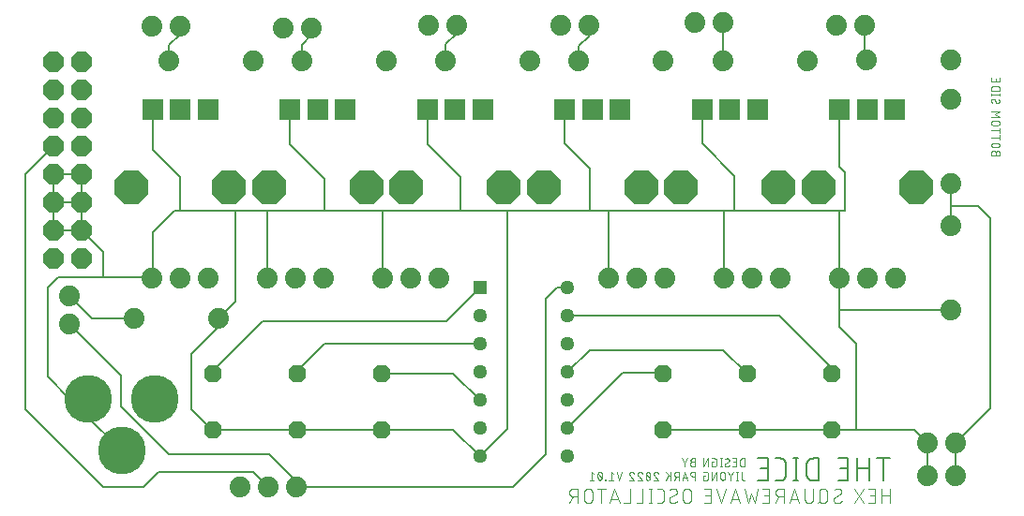
<source format=gbr>
G04 EAGLE Gerber RS-274X export*
G75*
%MOMM*%
%FSLAX34Y34*%
%LPD*%
%INBottom Copper*%
%IPPOS*%
%AMOC8*
5,1,8,0,0,1.08239X$1,22.5*%
G01*
%ADD10C,0.177800*%
%ADD11C,0.101600*%
%ADD12C,0.076200*%
%ADD13P,1.732040X8X292.500000*%
%ADD14C,1.879600*%
%ADD15R,1.278000X1.278000*%
%ADD16C,1.278000*%
%ADD17P,2.034460X8X112.500000*%
%ADD18R,1.879600X1.879600*%
%ADD19P,3.247170X8X112.500000*%
%ADD20C,4.318000*%
%ADD21C,0.152400*%


D10*
X904807Y625809D02*
X904807Y645875D01*
X910381Y645875D02*
X899233Y645875D01*
X892461Y645875D02*
X892461Y625809D01*
X892461Y636957D02*
X881313Y636957D01*
X881313Y645875D02*
X881313Y625809D01*
X872658Y625809D02*
X863739Y625809D01*
X872658Y625809D02*
X872658Y645875D01*
X863739Y645875D01*
X865969Y636957D02*
X872658Y636957D01*
X846733Y645875D02*
X846733Y625809D01*
X846733Y645875D02*
X841159Y645875D01*
X841011Y645873D01*
X840862Y645867D01*
X840714Y645857D01*
X840567Y645843D01*
X840419Y645826D01*
X840272Y645804D01*
X840126Y645778D01*
X839981Y645749D01*
X839836Y645716D01*
X839692Y645679D01*
X839550Y645638D01*
X839408Y645593D01*
X839268Y645544D01*
X839129Y645492D01*
X838992Y645436D01*
X838856Y645377D01*
X838721Y645314D01*
X838589Y645247D01*
X838458Y645177D01*
X838329Y645103D01*
X838202Y645026D01*
X838078Y644946D01*
X837955Y644862D01*
X837835Y644775D01*
X837717Y644685D01*
X837601Y644592D01*
X837488Y644496D01*
X837378Y644397D01*
X837270Y644295D01*
X837165Y644190D01*
X837063Y644082D01*
X836964Y643972D01*
X836868Y643859D01*
X836775Y643743D01*
X836685Y643625D01*
X836598Y643505D01*
X836514Y643382D01*
X836434Y643258D01*
X836357Y643131D01*
X836283Y643002D01*
X836213Y642871D01*
X836146Y642739D01*
X836083Y642604D01*
X836024Y642468D01*
X835968Y642331D01*
X835916Y642192D01*
X835867Y642052D01*
X835822Y641910D01*
X835781Y641768D01*
X835744Y641624D01*
X835711Y641479D01*
X835682Y641334D01*
X835656Y641188D01*
X835634Y641041D01*
X835617Y640893D01*
X835603Y640746D01*
X835593Y640598D01*
X835587Y640449D01*
X835585Y640301D01*
X835585Y631383D01*
X835587Y631235D01*
X835593Y631086D01*
X835603Y630938D01*
X835617Y630791D01*
X835634Y630643D01*
X835656Y630496D01*
X835682Y630350D01*
X835711Y630205D01*
X835744Y630060D01*
X835781Y629916D01*
X835822Y629774D01*
X835867Y629632D01*
X835916Y629492D01*
X835968Y629353D01*
X836024Y629216D01*
X836083Y629080D01*
X836146Y628945D01*
X836213Y628813D01*
X836283Y628682D01*
X836357Y628553D01*
X836434Y628426D01*
X836514Y628302D01*
X836598Y628179D01*
X836685Y628059D01*
X836775Y627941D01*
X836868Y627825D01*
X836964Y627712D01*
X837063Y627602D01*
X837165Y627494D01*
X837270Y627389D01*
X837378Y627287D01*
X837488Y627188D01*
X837601Y627092D01*
X837717Y626999D01*
X837835Y626909D01*
X837955Y626822D01*
X838078Y626738D01*
X838202Y626658D01*
X838329Y626581D01*
X838458Y626507D01*
X838589Y626437D01*
X838721Y626370D01*
X838856Y626307D01*
X838992Y626248D01*
X839129Y626192D01*
X839268Y626140D01*
X839408Y626091D01*
X839550Y626046D01*
X839692Y626005D01*
X839836Y625968D01*
X839981Y625935D01*
X840126Y625906D01*
X840272Y625880D01*
X840419Y625858D01*
X840567Y625841D01*
X840714Y625827D01*
X840862Y625817D01*
X841011Y625811D01*
X841159Y625809D01*
X846733Y625809D01*
X825710Y625809D02*
X825710Y645875D01*
X827940Y625809D02*
X823481Y625809D01*
X823481Y645875D02*
X827940Y645875D01*
X812027Y625809D02*
X807568Y625809D01*
X812027Y625809D02*
X812159Y625811D01*
X812291Y625817D01*
X812423Y625827D01*
X812554Y625840D01*
X812685Y625858D01*
X812816Y625879D01*
X812945Y625905D01*
X813074Y625934D01*
X813202Y625967D01*
X813329Y626003D01*
X813455Y626044D01*
X813580Y626088D01*
X813703Y626136D01*
X813825Y626187D01*
X813945Y626242D01*
X814063Y626301D01*
X814180Y626363D01*
X814295Y626429D01*
X814407Y626497D01*
X814518Y626570D01*
X814627Y626645D01*
X814733Y626724D01*
X814837Y626805D01*
X814938Y626890D01*
X815037Y626978D01*
X815133Y627069D01*
X815226Y627162D01*
X815317Y627258D01*
X815405Y627357D01*
X815490Y627458D01*
X815571Y627562D01*
X815650Y627669D01*
X815725Y627777D01*
X815798Y627888D01*
X815866Y628000D01*
X815932Y628115D01*
X815994Y628232D01*
X816053Y628350D01*
X816108Y628470D01*
X816159Y628592D01*
X816207Y628715D01*
X816251Y628840D01*
X816292Y628966D01*
X816328Y629093D01*
X816361Y629221D01*
X816390Y629350D01*
X816416Y629479D01*
X816437Y629610D01*
X816455Y629741D01*
X816468Y629872D01*
X816478Y630004D01*
X816484Y630136D01*
X816486Y630268D01*
X816486Y641416D01*
X816484Y641548D01*
X816478Y641680D01*
X816468Y641812D01*
X816455Y641943D01*
X816437Y642074D01*
X816416Y642205D01*
X816390Y642334D01*
X816361Y642463D01*
X816328Y642591D01*
X816292Y642718D01*
X816251Y642844D01*
X816207Y642969D01*
X816159Y643092D01*
X816108Y643214D01*
X816053Y643334D01*
X815994Y643452D01*
X815932Y643569D01*
X815866Y643684D01*
X815798Y643796D01*
X815725Y643907D01*
X815650Y644015D01*
X815571Y644122D01*
X815490Y644226D01*
X815405Y644327D01*
X815317Y644426D01*
X815226Y644522D01*
X815133Y644615D01*
X815037Y644706D01*
X814938Y644794D01*
X814837Y644878D01*
X814733Y644960D01*
X814627Y645039D01*
X814518Y645114D01*
X814407Y645186D01*
X814295Y645255D01*
X814180Y645321D01*
X814063Y645383D01*
X813945Y645442D01*
X813825Y645497D01*
X813703Y645548D01*
X813580Y645596D01*
X813455Y645640D01*
X813329Y645681D01*
X813202Y645717D01*
X813074Y645750D01*
X812946Y645779D01*
X812816Y645805D01*
X812685Y645826D01*
X812554Y645844D01*
X812423Y645857D01*
X812291Y645867D01*
X812159Y645873D01*
X812027Y645875D01*
X807568Y645875D01*
X800358Y625809D02*
X791440Y625809D01*
X800358Y625809D02*
X800358Y645875D01*
X791440Y645875D01*
X793670Y636957D02*
X800358Y636957D01*
D11*
X910762Y618636D02*
X910762Y605428D01*
X910762Y612766D02*
X903424Y612766D01*
X903424Y618636D02*
X903424Y605428D01*
X897083Y605428D02*
X891213Y605428D01*
X897083Y605428D02*
X897083Y618636D01*
X891213Y618636D01*
X892680Y612766D02*
X897083Y612766D01*
X887173Y605428D02*
X878367Y618636D01*
X887173Y618636D02*
X878367Y605428D01*
X862834Y605428D02*
X862727Y605430D01*
X862620Y605436D01*
X862513Y605446D01*
X862407Y605459D01*
X862301Y605477D01*
X862196Y605498D01*
X862092Y605523D01*
X861988Y605552D01*
X861886Y605585D01*
X861786Y605622D01*
X861686Y605662D01*
X861588Y605706D01*
X861492Y605753D01*
X861398Y605804D01*
X861305Y605858D01*
X861215Y605915D01*
X861126Y605976D01*
X861040Y606040D01*
X860957Y606107D01*
X860875Y606177D01*
X860797Y606250D01*
X860721Y606326D01*
X860648Y606404D01*
X860578Y606486D01*
X860511Y606569D01*
X860447Y606655D01*
X860386Y606744D01*
X860329Y606834D01*
X860275Y606927D01*
X860224Y607021D01*
X860177Y607117D01*
X860133Y607215D01*
X860093Y607315D01*
X860056Y607415D01*
X860023Y607517D01*
X859994Y607621D01*
X859969Y607725D01*
X859948Y607830D01*
X859930Y607936D01*
X859917Y608042D01*
X859907Y608149D01*
X859901Y608256D01*
X859899Y608363D01*
X862834Y605428D02*
X862987Y605430D01*
X863140Y605436D01*
X863293Y605445D01*
X863445Y605458D01*
X863597Y605475D01*
X863749Y605496D01*
X863900Y605520D01*
X864050Y605548D01*
X864200Y605580D01*
X864348Y605616D01*
X864496Y605655D01*
X864643Y605698D01*
X864789Y605744D01*
X864933Y605794D01*
X865077Y605848D01*
X865219Y605905D01*
X865359Y605966D01*
X865498Y606030D01*
X865635Y606097D01*
X865771Y606168D01*
X865905Y606242D01*
X866037Y606319D01*
X866167Y606400D01*
X866295Y606484D01*
X866421Y606571D01*
X866544Y606661D01*
X866666Y606754D01*
X866785Y606850D01*
X866901Y606949D01*
X867016Y607050D01*
X867127Y607155D01*
X867236Y607262D01*
X866870Y615701D02*
X866868Y615808D01*
X866862Y615915D01*
X866852Y616022D01*
X866839Y616128D01*
X866821Y616234D01*
X866800Y616339D01*
X866775Y616443D01*
X866746Y616547D01*
X866713Y616649D01*
X866676Y616749D01*
X866636Y616849D01*
X866592Y616947D01*
X866545Y617043D01*
X866494Y617137D01*
X866440Y617230D01*
X866383Y617320D01*
X866322Y617409D01*
X866258Y617495D01*
X866191Y617578D01*
X866121Y617660D01*
X866048Y617738D01*
X865972Y617814D01*
X865894Y617887D01*
X865812Y617957D01*
X865729Y618024D01*
X865643Y618088D01*
X865554Y618149D01*
X865464Y618206D01*
X865371Y618260D01*
X865277Y618311D01*
X865181Y618358D01*
X865083Y618402D01*
X864983Y618442D01*
X864883Y618479D01*
X864781Y618512D01*
X864677Y618541D01*
X864573Y618566D01*
X864468Y618587D01*
X864362Y618605D01*
X864256Y618618D01*
X864149Y618628D01*
X864042Y618634D01*
X863935Y618636D01*
X863787Y618634D01*
X863640Y618628D01*
X863493Y618618D01*
X863346Y618604D01*
X863199Y618587D01*
X863054Y618565D01*
X862908Y618539D01*
X862764Y618510D01*
X862620Y618477D01*
X862477Y618439D01*
X862335Y618398D01*
X862195Y618354D01*
X862055Y618305D01*
X861917Y618253D01*
X861781Y618197D01*
X861646Y618137D01*
X861513Y618074D01*
X861381Y618007D01*
X861251Y617937D01*
X861123Y617864D01*
X860998Y617786D01*
X860874Y617706D01*
X860752Y617622D01*
X860633Y617535D01*
X865402Y613133D02*
X865493Y613189D01*
X865582Y613248D01*
X865669Y613310D01*
X865753Y613375D01*
X865836Y613443D01*
X865915Y613514D01*
X865992Y613588D01*
X866066Y613665D01*
X866138Y613744D01*
X866206Y613826D01*
X866272Y613910D01*
X866335Y613997D01*
X866394Y614085D01*
X866450Y614176D01*
X866503Y614269D01*
X866553Y614363D01*
X866599Y614459D01*
X866642Y614557D01*
X866681Y614656D01*
X866717Y614757D01*
X866749Y614859D01*
X866777Y614962D01*
X866801Y615066D01*
X866822Y615170D01*
X866839Y615276D01*
X866853Y615381D01*
X866862Y615488D01*
X866868Y615594D01*
X866870Y615701D01*
X861367Y610931D02*
X861276Y610875D01*
X861187Y610816D01*
X861100Y610754D01*
X861016Y610689D01*
X860933Y610621D01*
X860854Y610550D01*
X860777Y610476D01*
X860703Y610399D01*
X860631Y610320D01*
X860563Y610238D01*
X860497Y610154D01*
X860434Y610067D01*
X860375Y609979D01*
X860319Y609888D01*
X860266Y609795D01*
X860216Y609701D01*
X860170Y609605D01*
X860127Y609507D01*
X860088Y609408D01*
X860052Y609307D01*
X860020Y609205D01*
X859992Y609102D01*
X859968Y608998D01*
X859947Y608894D01*
X859930Y608788D01*
X859916Y608683D01*
X859907Y608576D01*
X859901Y608470D01*
X859899Y608363D01*
X861366Y610931D02*
X865402Y613133D01*
X854155Y614967D02*
X854155Y609097D01*
X854155Y614967D02*
X854153Y615087D01*
X854147Y615207D01*
X854137Y615327D01*
X854124Y615446D01*
X854106Y615565D01*
X854085Y615683D01*
X854059Y615800D01*
X854030Y615917D01*
X853997Y616032D01*
X853960Y616146D01*
X853920Y616259D01*
X853876Y616371D01*
X853828Y616481D01*
X853777Y616590D01*
X853722Y616697D01*
X853663Y616802D01*
X853602Y616904D01*
X853537Y617005D01*
X853468Y617104D01*
X853397Y617201D01*
X853322Y617295D01*
X853245Y617386D01*
X853164Y617475D01*
X853080Y617561D01*
X852994Y617645D01*
X852905Y617726D01*
X852814Y617803D01*
X852720Y617878D01*
X852623Y617949D01*
X852524Y618018D01*
X852423Y618083D01*
X852321Y618144D01*
X852216Y618203D01*
X852109Y618258D01*
X852000Y618309D01*
X851890Y618357D01*
X851778Y618401D01*
X851665Y618441D01*
X851551Y618478D01*
X851436Y618511D01*
X851319Y618540D01*
X851202Y618566D01*
X851084Y618587D01*
X850965Y618605D01*
X850846Y618618D01*
X850726Y618628D01*
X850606Y618634D01*
X850486Y618636D01*
X850366Y618634D01*
X850246Y618628D01*
X850126Y618618D01*
X850007Y618605D01*
X849888Y618587D01*
X849770Y618566D01*
X849653Y618540D01*
X849536Y618511D01*
X849421Y618478D01*
X849307Y618441D01*
X849194Y618401D01*
X849082Y618357D01*
X848972Y618309D01*
X848863Y618258D01*
X848756Y618203D01*
X848652Y618144D01*
X848549Y618083D01*
X848448Y618018D01*
X848349Y617949D01*
X848252Y617878D01*
X848158Y617803D01*
X848067Y617726D01*
X847978Y617645D01*
X847892Y617561D01*
X847808Y617475D01*
X847727Y617386D01*
X847650Y617295D01*
X847575Y617201D01*
X847504Y617104D01*
X847435Y617005D01*
X847370Y616904D01*
X847309Y616802D01*
X847250Y616697D01*
X847195Y616590D01*
X847144Y616481D01*
X847096Y616371D01*
X847052Y616259D01*
X847012Y616146D01*
X846975Y616032D01*
X846942Y615917D01*
X846913Y615800D01*
X846887Y615683D01*
X846866Y615565D01*
X846848Y615446D01*
X846835Y615327D01*
X846825Y615207D01*
X846819Y615087D01*
X846817Y614967D01*
X846817Y609097D01*
X846819Y608977D01*
X846825Y608857D01*
X846835Y608737D01*
X846848Y608618D01*
X846866Y608499D01*
X846887Y608381D01*
X846913Y608264D01*
X846942Y608147D01*
X846975Y608032D01*
X847012Y607918D01*
X847052Y607805D01*
X847096Y607693D01*
X847144Y607583D01*
X847195Y607474D01*
X847250Y607367D01*
X847309Y607263D01*
X847370Y607160D01*
X847435Y607059D01*
X847504Y606960D01*
X847575Y606863D01*
X847650Y606769D01*
X847727Y606678D01*
X847808Y606589D01*
X847892Y606503D01*
X847978Y606419D01*
X848067Y606338D01*
X848158Y606261D01*
X848252Y606186D01*
X848349Y606115D01*
X848448Y606046D01*
X848549Y605981D01*
X848652Y605920D01*
X848756Y605861D01*
X848863Y605806D01*
X848972Y605755D01*
X849082Y605707D01*
X849194Y605663D01*
X849307Y605623D01*
X849421Y605586D01*
X849536Y605553D01*
X849653Y605524D01*
X849770Y605498D01*
X849888Y605477D01*
X850007Y605459D01*
X850126Y605446D01*
X850246Y605436D01*
X850366Y605430D01*
X850486Y605428D01*
X850606Y605430D01*
X850726Y605436D01*
X850846Y605446D01*
X850965Y605459D01*
X851084Y605477D01*
X851202Y605498D01*
X851319Y605524D01*
X851436Y605553D01*
X851551Y605586D01*
X851665Y605623D01*
X851778Y605663D01*
X851890Y605707D01*
X852000Y605755D01*
X852109Y605806D01*
X852216Y605861D01*
X852321Y605920D01*
X852423Y605981D01*
X852524Y606046D01*
X852623Y606115D01*
X852720Y606186D01*
X852814Y606261D01*
X852905Y606338D01*
X852994Y606419D01*
X853080Y606503D01*
X853164Y606589D01*
X853245Y606678D01*
X853322Y606769D01*
X853397Y606863D01*
X853468Y606960D01*
X853537Y607059D01*
X853602Y607160D01*
X853663Y607263D01*
X853722Y607367D01*
X853777Y607474D01*
X853828Y607583D01*
X853876Y607693D01*
X853920Y607805D01*
X853960Y607918D01*
X853997Y608032D01*
X854030Y608147D01*
X854059Y608264D01*
X854085Y608381D01*
X854106Y608499D01*
X854124Y608618D01*
X854137Y608737D01*
X854147Y608857D01*
X854153Y608977D01*
X854155Y609097D01*
X848284Y608363D02*
X845349Y605428D01*
X841207Y609097D02*
X841207Y618636D01*
X841207Y609097D02*
X841205Y608977D01*
X841199Y608857D01*
X841189Y608737D01*
X841176Y608618D01*
X841158Y608499D01*
X841137Y608381D01*
X841111Y608264D01*
X841082Y608147D01*
X841049Y608032D01*
X841012Y607918D01*
X840972Y607805D01*
X840928Y607693D01*
X840880Y607583D01*
X840829Y607474D01*
X840774Y607367D01*
X840715Y607263D01*
X840654Y607160D01*
X840589Y607059D01*
X840520Y606960D01*
X840449Y606863D01*
X840374Y606769D01*
X840297Y606678D01*
X840216Y606589D01*
X840132Y606503D01*
X840046Y606419D01*
X839957Y606338D01*
X839866Y606261D01*
X839772Y606186D01*
X839675Y606115D01*
X839576Y606046D01*
X839475Y605981D01*
X839373Y605920D01*
X839268Y605861D01*
X839161Y605806D01*
X839052Y605755D01*
X838942Y605707D01*
X838830Y605663D01*
X838717Y605623D01*
X838603Y605586D01*
X838488Y605553D01*
X838371Y605524D01*
X838254Y605498D01*
X838136Y605477D01*
X838017Y605459D01*
X837898Y605446D01*
X837778Y605436D01*
X837658Y605430D01*
X837538Y605428D01*
X837418Y605430D01*
X837298Y605436D01*
X837178Y605446D01*
X837059Y605459D01*
X836940Y605477D01*
X836822Y605498D01*
X836705Y605524D01*
X836588Y605553D01*
X836473Y605586D01*
X836359Y605623D01*
X836246Y605663D01*
X836134Y605707D01*
X836024Y605755D01*
X835915Y605806D01*
X835808Y605861D01*
X835704Y605920D01*
X835601Y605981D01*
X835500Y606046D01*
X835401Y606115D01*
X835304Y606186D01*
X835210Y606261D01*
X835119Y606338D01*
X835030Y606419D01*
X834944Y606503D01*
X834860Y606589D01*
X834779Y606678D01*
X834702Y606769D01*
X834627Y606863D01*
X834556Y606960D01*
X834487Y607059D01*
X834422Y607160D01*
X834361Y607263D01*
X834302Y607367D01*
X834247Y607474D01*
X834196Y607583D01*
X834148Y607693D01*
X834104Y607805D01*
X834064Y607918D01*
X834027Y608032D01*
X833994Y608147D01*
X833965Y608264D01*
X833939Y608381D01*
X833918Y608499D01*
X833900Y608618D01*
X833887Y608737D01*
X833877Y608857D01*
X833871Y608977D01*
X833869Y609097D01*
X833869Y618636D01*
X824310Y618636D02*
X828712Y605428D01*
X819907Y605428D02*
X824310Y618636D01*
X821008Y608730D02*
X827612Y608730D01*
X814672Y605428D02*
X814672Y618636D01*
X811003Y618636D01*
X810883Y618634D01*
X810763Y618628D01*
X810643Y618618D01*
X810524Y618605D01*
X810405Y618587D01*
X810287Y618566D01*
X810170Y618540D01*
X810053Y618511D01*
X809938Y618478D01*
X809824Y618441D01*
X809711Y618401D01*
X809599Y618357D01*
X809489Y618309D01*
X809380Y618258D01*
X809273Y618203D01*
X809169Y618144D01*
X809066Y618083D01*
X808965Y618018D01*
X808866Y617949D01*
X808769Y617878D01*
X808675Y617803D01*
X808584Y617726D01*
X808495Y617645D01*
X808409Y617561D01*
X808325Y617475D01*
X808244Y617386D01*
X808167Y617295D01*
X808092Y617201D01*
X808021Y617104D01*
X807952Y617005D01*
X807887Y616904D01*
X807826Y616802D01*
X807767Y616697D01*
X807712Y616590D01*
X807661Y616481D01*
X807613Y616371D01*
X807569Y616259D01*
X807529Y616146D01*
X807492Y616032D01*
X807459Y615917D01*
X807430Y615800D01*
X807404Y615683D01*
X807383Y615565D01*
X807365Y615446D01*
X807352Y615327D01*
X807342Y615207D01*
X807336Y615087D01*
X807334Y614967D01*
X807336Y614847D01*
X807342Y614727D01*
X807352Y614607D01*
X807365Y614488D01*
X807383Y614369D01*
X807404Y614251D01*
X807430Y614134D01*
X807459Y614017D01*
X807492Y613902D01*
X807529Y613788D01*
X807569Y613675D01*
X807613Y613563D01*
X807661Y613453D01*
X807712Y613344D01*
X807767Y613237D01*
X807826Y613133D01*
X807887Y613030D01*
X807952Y612929D01*
X808021Y612830D01*
X808092Y612733D01*
X808167Y612639D01*
X808244Y612548D01*
X808325Y612459D01*
X808409Y612373D01*
X808495Y612289D01*
X808584Y612208D01*
X808675Y612131D01*
X808769Y612056D01*
X808866Y611985D01*
X808965Y611916D01*
X809066Y611851D01*
X809169Y611790D01*
X809273Y611731D01*
X809380Y611676D01*
X809489Y611625D01*
X809599Y611577D01*
X809711Y611533D01*
X809824Y611493D01*
X809938Y611456D01*
X810053Y611423D01*
X810170Y611394D01*
X810287Y611368D01*
X810405Y611347D01*
X810524Y611329D01*
X810643Y611316D01*
X810763Y611306D01*
X810883Y611300D01*
X811003Y611298D01*
X814672Y611298D01*
X810270Y611298D02*
X807334Y605428D01*
X801498Y605428D02*
X795628Y605428D01*
X801498Y605428D02*
X801498Y618636D01*
X795628Y618636D01*
X797095Y612766D02*
X801498Y612766D01*
X791348Y618636D02*
X788413Y605428D01*
X785478Y614233D01*
X782543Y605428D01*
X779608Y618636D01*
X770970Y618636D02*
X775372Y605428D01*
X766567Y605428D02*
X770970Y618636D01*
X767668Y608730D02*
X774272Y608730D01*
X762571Y618636D02*
X758168Y605428D01*
X753765Y618636D01*
X748585Y605428D02*
X742715Y605428D01*
X748585Y605428D02*
X748585Y618636D01*
X742715Y618636D01*
X744182Y612766D02*
X748585Y612766D01*
X731113Y614967D02*
X731113Y609097D01*
X731113Y614967D02*
X731111Y615087D01*
X731105Y615207D01*
X731095Y615327D01*
X731082Y615446D01*
X731064Y615565D01*
X731043Y615683D01*
X731017Y615800D01*
X730988Y615917D01*
X730955Y616032D01*
X730918Y616146D01*
X730878Y616259D01*
X730834Y616371D01*
X730786Y616481D01*
X730735Y616590D01*
X730680Y616697D01*
X730621Y616802D01*
X730560Y616904D01*
X730495Y617005D01*
X730426Y617104D01*
X730355Y617201D01*
X730280Y617295D01*
X730203Y617386D01*
X730122Y617475D01*
X730038Y617561D01*
X729952Y617645D01*
X729863Y617726D01*
X729772Y617803D01*
X729678Y617878D01*
X729581Y617949D01*
X729482Y618018D01*
X729381Y618083D01*
X729279Y618144D01*
X729174Y618203D01*
X729067Y618258D01*
X728958Y618309D01*
X728848Y618357D01*
X728736Y618401D01*
X728623Y618441D01*
X728509Y618478D01*
X728394Y618511D01*
X728277Y618540D01*
X728160Y618566D01*
X728042Y618587D01*
X727923Y618605D01*
X727804Y618618D01*
X727684Y618628D01*
X727564Y618634D01*
X727444Y618636D01*
X727324Y618634D01*
X727204Y618628D01*
X727084Y618618D01*
X726965Y618605D01*
X726846Y618587D01*
X726728Y618566D01*
X726611Y618540D01*
X726494Y618511D01*
X726379Y618478D01*
X726265Y618441D01*
X726152Y618401D01*
X726040Y618357D01*
X725930Y618309D01*
X725821Y618258D01*
X725714Y618203D01*
X725610Y618144D01*
X725507Y618083D01*
X725406Y618018D01*
X725307Y617949D01*
X725210Y617878D01*
X725116Y617803D01*
X725025Y617726D01*
X724936Y617645D01*
X724850Y617561D01*
X724766Y617475D01*
X724685Y617386D01*
X724608Y617295D01*
X724533Y617201D01*
X724462Y617104D01*
X724393Y617005D01*
X724328Y616904D01*
X724267Y616802D01*
X724208Y616697D01*
X724153Y616590D01*
X724102Y616481D01*
X724054Y616371D01*
X724010Y616259D01*
X723970Y616146D01*
X723933Y616032D01*
X723900Y615917D01*
X723871Y615800D01*
X723845Y615683D01*
X723824Y615565D01*
X723806Y615446D01*
X723793Y615327D01*
X723783Y615207D01*
X723777Y615087D01*
X723775Y614967D01*
X723775Y609097D01*
X723777Y608977D01*
X723783Y608857D01*
X723793Y608737D01*
X723806Y608618D01*
X723824Y608499D01*
X723845Y608381D01*
X723871Y608264D01*
X723900Y608147D01*
X723933Y608032D01*
X723970Y607918D01*
X724010Y607805D01*
X724054Y607693D01*
X724102Y607583D01*
X724153Y607474D01*
X724208Y607367D01*
X724267Y607263D01*
X724328Y607160D01*
X724393Y607059D01*
X724462Y606960D01*
X724533Y606863D01*
X724608Y606769D01*
X724685Y606678D01*
X724766Y606589D01*
X724850Y606503D01*
X724936Y606419D01*
X725025Y606338D01*
X725116Y606261D01*
X725210Y606186D01*
X725307Y606115D01*
X725406Y606046D01*
X725507Y605981D01*
X725610Y605920D01*
X725714Y605861D01*
X725821Y605806D01*
X725930Y605755D01*
X726040Y605707D01*
X726152Y605663D01*
X726265Y605623D01*
X726379Y605586D01*
X726494Y605553D01*
X726611Y605524D01*
X726728Y605498D01*
X726846Y605477D01*
X726965Y605459D01*
X727084Y605446D01*
X727204Y605436D01*
X727324Y605430D01*
X727444Y605428D01*
X727564Y605430D01*
X727684Y605436D01*
X727804Y605446D01*
X727923Y605459D01*
X728042Y605477D01*
X728160Y605498D01*
X728277Y605524D01*
X728394Y605553D01*
X728509Y605586D01*
X728623Y605623D01*
X728736Y605663D01*
X728848Y605707D01*
X728958Y605755D01*
X729067Y605806D01*
X729174Y605861D01*
X729279Y605920D01*
X729381Y605981D01*
X729482Y606046D01*
X729581Y606115D01*
X729678Y606186D01*
X729772Y606261D01*
X729863Y606338D01*
X729952Y606419D01*
X730038Y606503D01*
X730122Y606589D01*
X730203Y606678D01*
X730280Y606769D01*
X730355Y606863D01*
X730426Y606960D01*
X730495Y607059D01*
X730560Y607160D01*
X730621Y607263D01*
X730680Y607367D01*
X730735Y607474D01*
X730786Y607583D01*
X730834Y607693D01*
X730878Y607805D01*
X730918Y607918D01*
X730955Y608032D01*
X730988Y608147D01*
X731017Y608264D01*
X731043Y608381D01*
X731064Y608499D01*
X731082Y608618D01*
X731095Y608737D01*
X731105Y608857D01*
X731111Y608977D01*
X731113Y609097D01*
X714336Y605428D02*
X714229Y605430D01*
X714122Y605436D01*
X714015Y605446D01*
X713909Y605459D01*
X713803Y605477D01*
X713698Y605498D01*
X713594Y605523D01*
X713490Y605552D01*
X713388Y605585D01*
X713288Y605622D01*
X713188Y605662D01*
X713090Y605706D01*
X712994Y605753D01*
X712900Y605804D01*
X712807Y605858D01*
X712717Y605915D01*
X712628Y605976D01*
X712542Y606040D01*
X712459Y606107D01*
X712377Y606177D01*
X712299Y606250D01*
X712223Y606326D01*
X712150Y606404D01*
X712080Y606486D01*
X712013Y606569D01*
X711949Y606655D01*
X711888Y606744D01*
X711831Y606834D01*
X711777Y606927D01*
X711726Y607021D01*
X711679Y607117D01*
X711635Y607215D01*
X711595Y607315D01*
X711558Y607415D01*
X711525Y607517D01*
X711496Y607621D01*
X711471Y607725D01*
X711450Y607830D01*
X711432Y607936D01*
X711419Y608042D01*
X711409Y608149D01*
X711403Y608256D01*
X711401Y608363D01*
X714336Y605428D02*
X714489Y605430D01*
X714642Y605436D01*
X714795Y605445D01*
X714947Y605458D01*
X715099Y605475D01*
X715251Y605496D01*
X715402Y605520D01*
X715552Y605548D01*
X715702Y605580D01*
X715850Y605616D01*
X715998Y605655D01*
X716145Y605698D01*
X716291Y605744D01*
X716435Y605794D01*
X716579Y605848D01*
X716721Y605905D01*
X716861Y605966D01*
X717000Y606030D01*
X717137Y606097D01*
X717273Y606168D01*
X717407Y606242D01*
X717539Y606319D01*
X717669Y606400D01*
X717797Y606484D01*
X717923Y606571D01*
X718046Y606661D01*
X718168Y606754D01*
X718287Y606850D01*
X718403Y606949D01*
X718518Y607050D01*
X718629Y607155D01*
X718738Y607262D01*
X718371Y615701D02*
X718369Y615808D01*
X718363Y615915D01*
X718353Y616022D01*
X718340Y616128D01*
X718322Y616234D01*
X718301Y616339D01*
X718276Y616443D01*
X718247Y616547D01*
X718214Y616649D01*
X718177Y616749D01*
X718137Y616849D01*
X718093Y616947D01*
X718046Y617043D01*
X717995Y617137D01*
X717941Y617230D01*
X717884Y617320D01*
X717823Y617409D01*
X717759Y617495D01*
X717692Y617578D01*
X717622Y617660D01*
X717549Y617738D01*
X717473Y617814D01*
X717395Y617887D01*
X717313Y617957D01*
X717230Y618024D01*
X717144Y618088D01*
X717055Y618149D01*
X716965Y618206D01*
X716872Y618260D01*
X716778Y618311D01*
X716682Y618358D01*
X716584Y618402D01*
X716484Y618442D01*
X716384Y618479D01*
X716282Y618512D01*
X716178Y618541D01*
X716074Y618566D01*
X715969Y618587D01*
X715863Y618605D01*
X715757Y618618D01*
X715650Y618628D01*
X715543Y618634D01*
X715436Y618636D01*
X715288Y618634D01*
X715141Y618628D01*
X714994Y618618D01*
X714847Y618604D01*
X714700Y618587D01*
X714555Y618565D01*
X714409Y618539D01*
X714265Y618510D01*
X714121Y618477D01*
X713978Y618439D01*
X713836Y618398D01*
X713696Y618354D01*
X713556Y618305D01*
X713418Y618253D01*
X713282Y618197D01*
X713147Y618137D01*
X713014Y618074D01*
X712882Y618007D01*
X712752Y617937D01*
X712624Y617864D01*
X712499Y617786D01*
X712375Y617706D01*
X712253Y617622D01*
X712134Y617535D01*
X716903Y613133D02*
X716994Y613189D01*
X717083Y613248D01*
X717170Y613310D01*
X717254Y613375D01*
X717337Y613443D01*
X717416Y613514D01*
X717493Y613588D01*
X717567Y613665D01*
X717639Y613744D01*
X717707Y613826D01*
X717773Y613910D01*
X717836Y613997D01*
X717895Y614085D01*
X717951Y614176D01*
X718004Y614269D01*
X718054Y614363D01*
X718100Y614459D01*
X718143Y614557D01*
X718182Y614656D01*
X718218Y614757D01*
X718250Y614859D01*
X718278Y614962D01*
X718302Y615066D01*
X718323Y615170D01*
X718340Y615276D01*
X718354Y615381D01*
X718363Y615488D01*
X718369Y615594D01*
X718371Y615701D01*
X712869Y610931D02*
X712778Y610875D01*
X712689Y610816D01*
X712602Y610754D01*
X712518Y610689D01*
X712435Y610621D01*
X712356Y610550D01*
X712279Y610476D01*
X712205Y610399D01*
X712133Y610320D01*
X712065Y610238D01*
X711999Y610154D01*
X711936Y610067D01*
X711877Y609979D01*
X711821Y609888D01*
X711768Y609795D01*
X711718Y609701D01*
X711672Y609605D01*
X711629Y609507D01*
X711590Y609408D01*
X711554Y609307D01*
X711522Y609205D01*
X711494Y609102D01*
X711470Y608998D01*
X711449Y608894D01*
X711432Y608788D01*
X711418Y608683D01*
X711409Y608576D01*
X711403Y608470D01*
X711401Y608363D01*
X712868Y610931D02*
X716904Y613133D01*
X703464Y605428D02*
X700528Y605428D01*
X703464Y605428D02*
X703571Y605430D01*
X703678Y605436D01*
X703785Y605446D01*
X703891Y605459D01*
X703997Y605477D01*
X704102Y605498D01*
X704206Y605523D01*
X704310Y605552D01*
X704412Y605585D01*
X704512Y605622D01*
X704612Y605662D01*
X704710Y605706D01*
X704806Y605753D01*
X704900Y605804D01*
X704993Y605858D01*
X705083Y605915D01*
X705172Y605976D01*
X705258Y606040D01*
X705341Y606107D01*
X705423Y606177D01*
X705501Y606250D01*
X705577Y606326D01*
X705650Y606404D01*
X705720Y606486D01*
X705787Y606569D01*
X705851Y606655D01*
X705912Y606744D01*
X705969Y606834D01*
X706023Y606927D01*
X706074Y607021D01*
X706122Y607117D01*
X706165Y607215D01*
X706205Y607315D01*
X706242Y607415D01*
X706275Y607517D01*
X706304Y607621D01*
X706329Y607725D01*
X706350Y607830D01*
X706368Y607936D01*
X706381Y608042D01*
X706391Y608149D01*
X706397Y608256D01*
X706399Y608363D01*
X706399Y615701D01*
X706397Y615808D01*
X706391Y615915D01*
X706381Y616022D01*
X706368Y616128D01*
X706350Y616234D01*
X706329Y616339D01*
X706304Y616443D01*
X706275Y616547D01*
X706242Y616649D01*
X706205Y616749D01*
X706165Y616849D01*
X706121Y616947D01*
X706074Y617043D01*
X706023Y617137D01*
X705969Y617230D01*
X705912Y617320D01*
X705851Y617409D01*
X705787Y617495D01*
X705720Y617578D01*
X705650Y617660D01*
X705577Y617738D01*
X705501Y617814D01*
X705423Y617887D01*
X705341Y617957D01*
X705258Y618024D01*
X705172Y618088D01*
X705083Y618149D01*
X704993Y618206D01*
X704900Y618260D01*
X704806Y618311D01*
X704710Y618358D01*
X704612Y618402D01*
X704513Y618442D01*
X704412Y618479D01*
X704310Y618512D01*
X704206Y618541D01*
X704102Y618566D01*
X703997Y618587D01*
X703891Y618605D01*
X703785Y618618D01*
X703678Y618628D01*
X703571Y618634D01*
X703464Y618636D01*
X700528Y618636D01*
X694587Y618636D02*
X694587Y605428D01*
X696054Y605428D02*
X693119Y605428D01*
X693119Y618636D02*
X696054Y618636D01*
X687564Y618636D02*
X687564Y605428D01*
X681694Y605428D01*
X676469Y605428D02*
X676469Y618636D01*
X676469Y605428D02*
X670599Y605428D01*
X666559Y605428D02*
X662156Y618636D01*
X657754Y605428D01*
X658854Y608730D02*
X665458Y608730D01*
X650208Y605428D02*
X650208Y618636D01*
X653877Y618636D02*
X646539Y618636D01*
X641929Y614967D02*
X641929Y609097D01*
X641929Y614967D02*
X641927Y615087D01*
X641921Y615207D01*
X641911Y615327D01*
X641898Y615446D01*
X641880Y615565D01*
X641859Y615683D01*
X641833Y615800D01*
X641804Y615917D01*
X641771Y616032D01*
X641734Y616146D01*
X641694Y616259D01*
X641650Y616371D01*
X641602Y616481D01*
X641551Y616590D01*
X641496Y616697D01*
X641437Y616802D01*
X641376Y616904D01*
X641311Y617005D01*
X641242Y617104D01*
X641171Y617201D01*
X641096Y617295D01*
X641019Y617386D01*
X640938Y617475D01*
X640854Y617561D01*
X640768Y617645D01*
X640679Y617726D01*
X640588Y617803D01*
X640494Y617878D01*
X640397Y617949D01*
X640298Y618018D01*
X640197Y618083D01*
X640095Y618144D01*
X639990Y618203D01*
X639883Y618258D01*
X639774Y618309D01*
X639664Y618357D01*
X639552Y618401D01*
X639439Y618441D01*
X639325Y618478D01*
X639210Y618511D01*
X639093Y618540D01*
X638976Y618566D01*
X638858Y618587D01*
X638739Y618605D01*
X638620Y618618D01*
X638500Y618628D01*
X638380Y618634D01*
X638260Y618636D01*
X638140Y618634D01*
X638020Y618628D01*
X637900Y618618D01*
X637781Y618605D01*
X637662Y618587D01*
X637544Y618566D01*
X637427Y618540D01*
X637310Y618511D01*
X637195Y618478D01*
X637081Y618441D01*
X636968Y618401D01*
X636856Y618357D01*
X636746Y618309D01*
X636637Y618258D01*
X636530Y618203D01*
X636426Y618144D01*
X636323Y618083D01*
X636222Y618018D01*
X636123Y617949D01*
X636026Y617878D01*
X635932Y617803D01*
X635841Y617726D01*
X635752Y617645D01*
X635666Y617561D01*
X635582Y617475D01*
X635501Y617386D01*
X635424Y617295D01*
X635349Y617201D01*
X635278Y617104D01*
X635209Y617005D01*
X635144Y616904D01*
X635083Y616802D01*
X635024Y616697D01*
X634969Y616590D01*
X634918Y616481D01*
X634870Y616371D01*
X634826Y616259D01*
X634786Y616146D01*
X634749Y616032D01*
X634716Y615917D01*
X634687Y615800D01*
X634661Y615683D01*
X634640Y615565D01*
X634622Y615446D01*
X634609Y615327D01*
X634599Y615207D01*
X634593Y615087D01*
X634591Y614967D01*
X634591Y609097D01*
X634593Y608977D01*
X634599Y608857D01*
X634609Y608737D01*
X634622Y608618D01*
X634640Y608499D01*
X634661Y608381D01*
X634687Y608264D01*
X634716Y608147D01*
X634749Y608032D01*
X634786Y607918D01*
X634826Y607805D01*
X634870Y607693D01*
X634918Y607583D01*
X634969Y607474D01*
X635024Y607367D01*
X635083Y607263D01*
X635144Y607160D01*
X635209Y607059D01*
X635278Y606960D01*
X635349Y606863D01*
X635424Y606769D01*
X635501Y606678D01*
X635582Y606589D01*
X635666Y606503D01*
X635752Y606419D01*
X635841Y606338D01*
X635932Y606261D01*
X636026Y606186D01*
X636123Y606115D01*
X636222Y606046D01*
X636323Y605981D01*
X636426Y605920D01*
X636530Y605861D01*
X636637Y605806D01*
X636746Y605755D01*
X636856Y605707D01*
X636968Y605663D01*
X637081Y605623D01*
X637195Y605586D01*
X637310Y605553D01*
X637427Y605524D01*
X637544Y605498D01*
X637662Y605477D01*
X637781Y605459D01*
X637900Y605446D01*
X638020Y605436D01*
X638140Y605430D01*
X638260Y605428D01*
X638380Y605430D01*
X638500Y605436D01*
X638620Y605446D01*
X638739Y605459D01*
X638858Y605477D01*
X638976Y605498D01*
X639093Y605524D01*
X639210Y605553D01*
X639325Y605586D01*
X639439Y605623D01*
X639552Y605663D01*
X639664Y605707D01*
X639774Y605755D01*
X639883Y605806D01*
X639990Y605861D01*
X640095Y605920D01*
X640197Y605981D01*
X640298Y606046D01*
X640397Y606115D01*
X640494Y606186D01*
X640588Y606261D01*
X640679Y606338D01*
X640768Y606419D01*
X640854Y606503D01*
X640938Y606589D01*
X641019Y606678D01*
X641096Y606769D01*
X641171Y606863D01*
X641242Y606960D01*
X641311Y607059D01*
X641376Y607160D01*
X641437Y607263D01*
X641496Y607367D01*
X641551Y607474D01*
X641602Y607583D01*
X641650Y607693D01*
X641694Y607805D01*
X641734Y607918D01*
X641771Y608032D01*
X641804Y608147D01*
X641833Y608264D01*
X641859Y608381D01*
X641880Y608499D01*
X641898Y608618D01*
X641911Y608737D01*
X641921Y608857D01*
X641927Y608977D01*
X641929Y609097D01*
X628623Y605428D02*
X628623Y618636D01*
X624954Y618636D01*
X624834Y618634D01*
X624714Y618628D01*
X624594Y618618D01*
X624475Y618605D01*
X624356Y618587D01*
X624238Y618566D01*
X624121Y618540D01*
X624004Y618511D01*
X623889Y618478D01*
X623775Y618441D01*
X623662Y618401D01*
X623550Y618357D01*
X623440Y618309D01*
X623331Y618258D01*
X623224Y618203D01*
X623120Y618144D01*
X623017Y618083D01*
X622916Y618018D01*
X622817Y617949D01*
X622720Y617878D01*
X622626Y617803D01*
X622535Y617726D01*
X622446Y617645D01*
X622360Y617561D01*
X622276Y617475D01*
X622195Y617386D01*
X622118Y617295D01*
X622043Y617201D01*
X621972Y617104D01*
X621903Y617005D01*
X621838Y616904D01*
X621777Y616802D01*
X621718Y616697D01*
X621663Y616590D01*
X621612Y616481D01*
X621564Y616371D01*
X621520Y616259D01*
X621480Y616146D01*
X621443Y616032D01*
X621410Y615917D01*
X621381Y615800D01*
X621355Y615683D01*
X621334Y615565D01*
X621316Y615446D01*
X621303Y615327D01*
X621293Y615207D01*
X621287Y615087D01*
X621285Y614967D01*
X621287Y614847D01*
X621293Y614727D01*
X621303Y614607D01*
X621316Y614488D01*
X621334Y614369D01*
X621355Y614251D01*
X621381Y614134D01*
X621410Y614017D01*
X621443Y613902D01*
X621480Y613788D01*
X621520Y613675D01*
X621564Y613563D01*
X621612Y613453D01*
X621663Y613344D01*
X621718Y613237D01*
X621777Y613133D01*
X621838Y613030D01*
X621903Y612929D01*
X621972Y612830D01*
X622043Y612733D01*
X622118Y612639D01*
X622195Y612548D01*
X622276Y612459D01*
X622360Y612373D01*
X622446Y612289D01*
X622535Y612208D01*
X622626Y612131D01*
X622720Y612056D01*
X622817Y611985D01*
X622916Y611916D01*
X623017Y611851D01*
X623120Y611790D01*
X623224Y611731D01*
X623331Y611676D01*
X623440Y611625D01*
X623550Y611577D01*
X623662Y611533D01*
X623775Y611493D01*
X623889Y611456D01*
X624004Y611423D01*
X624121Y611394D01*
X624238Y611368D01*
X624356Y611347D01*
X624475Y611329D01*
X624594Y611316D01*
X624714Y611306D01*
X624834Y611300D01*
X624954Y611298D01*
X628623Y611298D01*
X624220Y611298D02*
X621285Y605428D01*
D12*
X779399Y638523D02*
X779399Y645889D01*
X777353Y645889D01*
X777264Y645887D01*
X777175Y645881D01*
X777086Y645871D01*
X776998Y645858D01*
X776910Y645841D01*
X776823Y645819D01*
X776738Y645794D01*
X776653Y645766D01*
X776570Y645733D01*
X776488Y645697D01*
X776408Y645658D01*
X776330Y645615D01*
X776254Y645569D01*
X776179Y645519D01*
X776107Y645466D01*
X776038Y645410D01*
X775971Y645351D01*
X775906Y645290D01*
X775845Y645225D01*
X775786Y645158D01*
X775730Y645089D01*
X775677Y645017D01*
X775627Y644942D01*
X775581Y644866D01*
X775538Y644788D01*
X775499Y644708D01*
X775463Y644626D01*
X775430Y644543D01*
X775402Y644458D01*
X775377Y644373D01*
X775355Y644286D01*
X775338Y644198D01*
X775325Y644110D01*
X775315Y644021D01*
X775309Y643932D01*
X775307Y643843D01*
X775307Y640569D01*
X775309Y640480D01*
X775315Y640391D01*
X775325Y640302D01*
X775338Y640214D01*
X775355Y640126D01*
X775377Y640039D01*
X775402Y639954D01*
X775430Y639869D01*
X775463Y639786D01*
X775499Y639704D01*
X775538Y639624D01*
X775581Y639546D01*
X775627Y639470D01*
X775677Y639395D01*
X775730Y639323D01*
X775786Y639254D01*
X775845Y639187D01*
X775906Y639122D01*
X775971Y639061D01*
X776038Y639002D01*
X776107Y638946D01*
X776179Y638893D01*
X776254Y638843D01*
X776330Y638797D01*
X776408Y638754D01*
X776488Y638715D01*
X776570Y638679D01*
X776653Y638646D01*
X776738Y638618D01*
X776823Y638593D01*
X776910Y638571D01*
X776998Y638554D01*
X777086Y638541D01*
X777175Y638531D01*
X777264Y638525D01*
X777353Y638523D01*
X779399Y638523D01*
X771580Y638523D02*
X768307Y638523D01*
X771580Y638523D02*
X771580Y645889D01*
X768307Y645889D01*
X769125Y642615D02*
X771580Y642615D01*
X763289Y638523D02*
X763211Y638525D01*
X763133Y638530D01*
X763056Y638540D01*
X762979Y638553D01*
X762903Y638569D01*
X762828Y638589D01*
X762754Y638613D01*
X762681Y638640D01*
X762609Y638671D01*
X762539Y638705D01*
X762471Y638742D01*
X762404Y638783D01*
X762339Y638827D01*
X762277Y638873D01*
X762217Y638923D01*
X762159Y638975D01*
X762104Y639030D01*
X762052Y639088D01*
X762002Y639148D01*
X761956Y639210D01*
X761912Y639275D01*
X761871Y639341D01*
X761834Y639410D01*
X761800Y639480D01*
X761769Y639552D01*
X761742Y639625D01*
X761718Y639699D01*
X761698Y639774D01*
X761682Y639850D01*
X761669Y639927D01*
X761659Y640004D01*
X761654Y640082D01*
X761652Y640160D01*
X763289Y638523D02*
X763403Y638525D01*
X763516Y638530D01*
X763630Y638540D01*
X763743Y638553D01*
X763855Y638570D01*
X763967Y638590D01*
X764078Y638614D01*
X764189Y638642D01*
X764298Y638673D01*
X764406Y638708D01*
X764513Y638747D01*
X764619Y638789D01*
X764723Y638834D01*
X764826Y638883D01*
X764927Y638936D01*
X765026Y638991D01*
X765124Y639050D01*
X765219Y639112D01*
X765312Y639177D01*
X765404Y639245D01*
X765492Y639316D01*
X765579Y639390D01*
X765663Y639467D01*
X765744Y639546D01*
X765540Y644252D02*
X765538Y644330D01*
X765533Y644408D01*
X765523Y644485D01*
X765510Y644562D01*
X765494Y644638D01*
X765474Y644713D01*
X765450Y644787D01*
X765423Y644860D01*
X765392Y644932D01*
X765358Y645002D01*
X765321Y645071D01*
X765280Y645137D01*
X765236Y645202D01*
X765190Y645264D01*
X765140Y645324D01*
X765088Y645382D01*
X765033Y645437D01*
X764975Y645489D01*
X764915Y645539D01*
X764853Y645585D01*
X764788Y645629D01*
X764722Y645670D01*
X764653Y645707D01*
X764583Y645741D01*
X764511Y645772D01*
X764438Y645799D01*
X764364Y645823D01*
X764289Y645843D01*
X764213Y645859D01*
X764136Y645872D01*
X764059Y645882D01*
X763981Y645887D01*
X763903Y645889D01*
X763793Y645887D01*
X763684Y645881D01*
X763574Y645871D01*
X763466Y645858D01*
X763357Y645840D01*
X763250Y645819D01*
X763143Y645793D01*
X763037Y645764D01*
X762932Y645732D01*
X762829Y645695D01*
X762727Y645655D01*
X762626Y645611D01*
X762527Y645563D01*
X762430Y645513D01*
X762335Y645458D01*
X762242Y645400D01*
X762151Y645339D01*
X762062Y645275D01*
X764721Y642819D02*
X764788Y642861D01*
X764853Y642905D01*
X764915Y642953D01*
X764975Y643003D01*
X765033Y643056D01*
X765088Y643112D01*
X765140Y643171D01*
X765190Y643231D01*
X765237Y643295D01*
X765280Y643360D01*
X765321Y643427D01*
X765358Y643496D01*
X765392Y643567D01*
X765423Y643639D01*
X765450Y643713D01*
X765474Y643787D01*
X765494Y643863D01*
X765510Y643940D01*
X765523Y644017D01*
X765533Y644095D01*
X765538Y644174D01*
X765540Y644252D01*
X762470Y641592D02*
X762404Y641551D01*
X762339Y641506D01*
X762277Y641459D01*
X762217Y641408D01*
X762159Y641355D01*
X762104Y641299D01*
X762051Y641241D01*
X762002Y641180D01*
X761955Y641117D01*
X761912Y641052D01*
X761871Y640985D01*
X761834Y640916D01*
X761800Y640845D01*
X761769Y640773D01*
X761742Y640699D01*
X761718Y640624D01*
X761698Y640549D01*
X761682Y640472D01*
X761669Y640395D01*
X761659Y640317D01*
X761654Y640238D01*
X761652Y640160D01*
X762470Y641592D02*
X764721Y642820D01*
X758090Y645889D02*
X758090Y638523D01*
X758908Y638523D02*
X757271Y638523D01*
X757271Y645889D02*
X758908Y645889D01*
X751175Y642615D02*
X749947Y642615D01*
X749947Y638523D01*
X752403Y638523D01*
X752481Y638525D01*
X752559Y638530D01*
X752636Y638540D01*
X752713Y638553D01*
X752789Y638569D01*
X752864Y638589D01*
X752938Y638613D01*
X753011Y638640D01*
X753083Y638671D01*
X753153Y638705D01*
X753222Y638742D01*
X753288Y638783D01*
X753353Y638827D01*
X753415Y638873D01*
X753475Y638923D01*
X753533Y638975D01*
X753588Y639030D01*
X753640Y639088D01*
X753690Y639148D01*
X753736Y639210D01*
X753780Y639275D01*
X753821Y639342D01*
X753858Y639410D01*
X753892Y639480D01*
X753923Y639552D01*
X753950Y639625D01*
X753974Y639699D01*
X753994Y639774D01*
X754010Y639850D01*
X754023Y639927D01*
X754033Y640004D01*
X754038Y640082D01*
X754040Y640160D01*
X754040Y644252D01*
X754038Y644330D01*
X754033Y644408D01*
X754023Y644485D01*
X754010Y644562D01*
X753994Y644638D01*
X753974Y644713D01*
X753950Y644787D01*
X753923Y644860D01*
X753892Y644932D01*
X753858Y645002D01*
X753821Y645071D01*
X753780Y645137D01*
X753736Y645202D01*
X753690Y645264D01*
X753640Y645324D01*
X753588Y645382D01*
X753533Y645437D01*
X753475Y645489D01*
X753415Y645539D01*
X753353Y645585D01*
X753288Y645629D01*
X753222Y645670D01*
X753153Y645707D01*
X753083Y645741D01*
X753011Y645772D01*
X752938Y645799D01*
X752864Y645823D01*
X752789Y645843D01*
X752713Y645859D01*
X752636Y645872D01*
X752559Y645882D01*
X752481Y645887D01*
X752403Y645889D01*
X749947Y645889D01*
X746237Y645889D02*
X746237Y638523D01*
X742145Y638523D02*
X746237Y645889D01*
X742145Y645889D02*
X742145Y638523D01*
X734415Y642615D02*
X732369Y642615D01*
X732280Y642613D01*
X732191Y642607D01*
X732102Y642597D01*
X732014Y642584D01*
X731926Y642567D01*
X731839Y642545D01*
X731754Y642520D01*
X731669Y642492D01*
X731586Y642459D01*
X731504Y642423D01*
X731424Y642384D01*
X731346Y642341D01*
X731270Y642295D01*
X731195Y642245D01*
X731123Y642192D01*
X731054Y642136D01*
X730987Y642077D01*
X730922Y642016D01*
X730861Y641951D01*
X730802Y641884D01*
X730746Y641815D01*
X730693Y641743D01*
X730643Y641668D01*
X730597Y641592D01*
X730554Y641514D01*
X730515Y641434D01*
X730479Y641352D01*
X730446Y641269D01*
X730418Y641184D01*
X730393Y641099D01*
X730371Y641012D01*
X730354Y640924D01*
X730341Y640836D01*
X730331Y640747D01*
X730325Y640658D01*
X730323Y640569D01*
X730325Y640480D01*
X730331Y640391D01*
X730341Y640302D01*
X730354Y640214D01*
X730371Y640126D01*
X730393Y640039D01*
X730418Y639954D01*
X730446Y639869D01*
X730479Y639786D01*
X730515Y639704D01*
X730554Y639624D01*
X730597Y639546D01*
X730643Y639470D01*
X730693Y639395D01*
X730746Y639323D01*
X730802Y639254D01*
X730861Y639187D01*
X730922Y639122D01*
X730987Y639061D01*
X731054Y639002D01*
X731123Y638946D01*
X731195Y638893D01*
X731270Y638843D01*
X731346Y638797D01*
X731424Y638754D01*
X731504Y638715D01*
X731586Y638679D01*
X731669Y638646D01*
X731754Y638618D01*
X731839Y638593D01*
X731926Y638571D01*
X732014Y638554D01*
X732102Y638541D01*
X732191Y638531D01*
X732280Y638525D01*
X732369Y638523D01*
X734415Y638523D01*
X734415Y645889D01*
X732369Y645889D01*
X732290Y645887D01*
X732211Y645881D01*
X732132Y645872D01*
X732054Y645859D01*
X731977Y645841D01*
X731901Y645821D01*
X731826Y645796D01*
X731752Y645768D01*
X731679Y645737D01*
X731608Y645701D01*
X731539Y645663D01*
X731472Y645621D01*
X731407Y645576D01*
X731344Y645528D01*
X731283Y645477D01*
X731226Y645423D01*
X731170Y645367D01*
X731118Y645308D01*
X731068Y645246D01*
X731022Y645182D01*
X730978Y645116D01*
X730938Y645048D01*
X730902Y644978D01*
X730868Y644906D01*
X730838Y644832D01*
X730812Y644758D01*
X730789Y644682D01*
X730771Y644605D01*
X730755Y644528D01*
X730744Y644449D01*
X730736Y644371D01*
X730732Y644292D01*
X730732Y644212D01*
X730736Y644133D01*
X730744Y644055D01*
X730755Y643976D01*
X730771Y643899D01*
X730789Y643822D01*
X730812Y643746D01*
X730838Y643672D01*
X730868Y643598D01*
X730902Y643526D01*
X730938Y643456D01*
X730978Y643388D01*
X731022Y643322D01*
X731068Y643258D01*
X731118Y643196D01*
X731170Y643137D01*
X731226Y643081D01*
X731283Y643027D01*
X731344Y642976D01*
X731407Y642928D01*
X731472Y642883D01*
X731539Y642841D01*
X731608Y642803D01*
X731679Y642767D01*
X731752Y642736D01*
X731826Y642708D01*
X731901Y642683D01*
X731977Y642663D01*
X732054Y642645D01*
X732132Y642632D01*
X732211Y642623D01*
X732290Y642617D01*
X732369Y642615D01*
X727870Y645889D02*
X725415Y642411D01*
X722960Y645889D01*
X725415Y642411D02*
X725415Y638523D01*
X776944Y633697D02*
X776944Y627968D01*
X776946Y627890D01*
X776951Y627812D01*
X776961Y627735D01*
X776974Y627658D01*
X776990Y627582D01*
X777010Y627507D01*
X777034Y627433D01*
X777061Y627360D01*
X777092Y627288D01*
X777126Y627218D01*
X777163Y627150D01*
X777204Y627083D01*
X777248Y627018D01*
X777294Y626956D01*
X777344Y626896D01*
X777396Y626838D01*
X777451Y626783D01*
X777509Y626731D01*
X777569Y626681D01*
X777631Y626635D01*
X777696Y626591D01*
X777763Y626550D01*
X777831Y626513D01*
X777901Y626479D01*
X777973Y626448D01*
X778046Y626421D01*
X778120Y626397D01*
X778195Y626377D01*
X778271Y626361D01*
X778348Y626348D01*
X778425Y626338D01*
X778503Y626333D01*
X778581Y626331D01*
X779399Y626331D01*
X772926Y626331D02*
X772926Y633697D01*
X773745Y626331D02*
X772108Y626331D01*
X772108Y633697D02*
X773745Y633697D01*
X769529Y633697D02*
X767074Y630219D01*
X764619Y633697D01*
X767074Y630219D02*
X767074Y626331D01*
X761805Y628377D02*
X761805Y631651D01*
X761803Y631740D01*
X761797Y631829D01*
X761787Y631918D01*
X761774Y632006D01*
X761757Y632094D01*
X761735Y632181D01*
X761710Y632266D01*
X761682Y632351D01*
X761649Y632434D01*
X761613Y632516D01*
X761574Y632596D01*
X761531Y632674D01*
X761485Y632750D01*
X761435Y632825D01*
X761382Y632897D01*
X761326Y632966D01*
X761267Y633033D01*
X761206Y633098D01*
X761141Y633159D01*
X761074Y633218D01*
X761005Y633274D01*
X760933Y633327D01*
X760858Y633377D01*
X760782Y633423D01*
X760704Y633466D01*
X760624Y633505D01*
X760542Y633541D01*
X760459Y633574D01*
X760374Y633602D01*
X760289Y633627D01*
X760202Y633649D01*
X760114Y633666D01*
X760026Y633679D01*
X759937Y633689D01*
X759848Y633695D01*
X759759Y633697D01*
X759670Y633695D01*
X759581Y633689D01*
X759492Y633679D01*
X759404Y633666D01*
X759316Y633649D01*
X759229Y633627D01*
X759144Y633602D01*
X759059Y633574D01*
X758976Y633541D01*
X758894Y633505D01*
X758814Y633466D01*
X758736Y633423D01*
X758660Y633377D01*
X758585Y633327D01*
X758513Y633274D01*
X758444Y633218D01*
X758377Y633159D01*
X758312Y633098D01*
X758251Y633033D01*
X758192Y632966D01*
X758136Y632897D01*
X758083Y632825D01*
X758033Y632750D01*
X757987Y632674D01*
X757944Y632596D01*
X757905Y632516D01*
X757869Y632434D01*
X757836Y632351D01*
X757808Y632266D01*
X757783Y632181D01*
X757761Y632094D01*
X757744Y632006D01*
X757731Y631918D01*
X757721Y631829D01*
X757715Y631740D01*
X757713Y631651D01*
X757713Y628377D01*
X757715Y628288D01*
X757721Y628199D01*
X757731Y628110D01*
X757744Y628022D01*
X757761Y627934D01*
X757783Y627847D01*
X757808Y627762D01*
X757836Y627677D01*
X757869Y627594D01*
X757905Y627512D01*
X757944Y627432D01*
X757987Y627354D01*
X758033Y627278D01*
X758083Y627203D01*
X758136Y627131D01*
X758192Y627062D01*
X758251Y626995D01*
X758312Y626930D01*
X758377Y626869D01*
X758444Y626810D01*
X758513Y626754D01*
X758585Y626701D01*
X758660Y626651D01*
X758736Y626605D01*
X758814Y626562D01*
X758894Y626523D01*
X758976Y626487D01*
X759059Y626454D01*
X759144Y626426D01*
X759229Y626401D01*
X759316Y626379D01*
X759404Y626362D01*
X759492Y626349D01*
X759581Y626339D01*
X759670Y626333D01*
X759759Y626331D01*
X759848Y626333D01*
X759937Y626339D01*
X760026Y626349D01*
X760114Y626362D01*
X760202Y626379D01*
X760289Y626401D01*
X760374Y626426D01*
X760459Y626454D01*
X760542Y626487D01*
X760624Y626523D01*
X760704Y626562D01*
X760782Y626605D01*
X760858Y626651D01*
X760933Y626701D01*
X761005Y626754D01*
X761074Y626810D01*
X761141Y626869D01*
X761206Y626930D01*
X761267Y626995D01*
X761326Y627062D01*
X761382Y627131D01*
X761435Y627203D01*
X761485Y627278D01*
X761531Y627354D01*
X761574Y627432D01*
X761613Y627512D01*
X761649Y627594D01*
X761682Y627677D01*
X761710Y627762D01*
X761735Y627847D01*
X761757Y627934D01*
X761774Y628022D01*
X761787Y628110D01*
X761797Y628199D01*
X761803Y628288D01*
X761805Y628377D01*
X754246Y626331D02*
X754246Y633697D01*
X750154Y626331D01*
X750154Y633697D01*
X743579Y630423D02*
X742351Y630423D01*
X742351Y626331D01*
X744806Y626331D01*
X744884Y626333D01*
X744962Y626338D01*
X745039Y626348D01*
X745116Y626361D01*
X745192Y626377D01*
X745267Y626397D01*
X745341Y626421D01*
X745414Y626448D01*
X745486Y626479D01*
X745556Y626513D01*
X745625Y626550D01*
X745691Y626591D01*
X745756Y626635D01*
X745818Y626681D01*
X745878Y626731D01*
X745936Y626783D01*
X745991Y626838D01*
X746043Y626896D01*
X746093Y626956D01*
X746139Y627018D01*
X746183Y627083D01*
X746224Y627150D01*
X746261Y627218D01*
X746295Y627288D01*
X746326Y627360D01*
X746353Y627433D01*
X746377Y627507D01*
X746397Y627582D01*
X746413Y627658D01*
X746426Y627735D01*
X746436Y627812D01*
X746441Y627890D01*
X746443Y627968D01*
X746443Y632060D01*
X746441Y632138D01*
X746436Y632216D01*
X746426Y632293D01*
X746413Y632370D01*
X746397Y632446D01*
X746377Y632521D01*
X746353Y632595D01*
X746326Y632668D01*
X746295Y632740D01*
X746261Y632810D01*
X746224Y632879D01*
X746183Y632945D01*
X746139Y633010D01*
X746093Y633072D01*
X746043Y633132D01*
X745991Y633190D01*
X745936Y633245D01*
X745878Y633297D01*
X745818Y633347D01*
X745756Y633393D01*
X745691Y633437D01*
X745625Y633478D01*
X745556Y633515D01*
X745486Y633549D01*
X745414Y633580D01*
X745341Y633607D01*
X745267Y633631D01*
X745192Y633651D01*
X745116Y633667D01*
X745039Y633680D01*
X744962Y633690D01*
X744884Y633695D01*
X744806Y633697D01*
X742351Y633697D01*
X734621Y633697D02*
X734621Y626331D01*
X734621Y633697D02*
X732575Y633697D01*
X732486Y633695D01*
X732397Y633689D01*
X732308Y633679D01*
X732220Y633666D01*
X732132Y633649D01*
X732045Y633627D01*
X731960Y633602D01*
X731875Y633574D01*
X731792Y633541D01*
X731710Y633505D01*
X731630Y633466D01*
X731552Y633423D01*
X731476Y633377D01*
X731401Y633327D01*
X731329Y633274D01*
X731260Y633218D01*
X731193Y633159D01*
X731128Y633098D01*
X731067Y633033D01*
X731008Y632966D01*
X730952Y632897D01*
X730899Y632825D01*
X730849Y632750D01*
X730803Y632674D01*
X730760Y632596D01*
X730721Y632516D01*
X730685Y632434D01*
X730652Y632351D01*
X730624Y632266D01*
X730599Y632181D01*
X730577Y632094D01*
X730560Y632006D01*
X730547Y631918D01*
X730537Y631829D01*
X730531Y631740D01*
X730529Y631651D01*
X730531Y631562D01*
X730537Y631473D01*
X730547Y631384D01*
X730560Y631296D01*
X730577Y631208D01*
X730599Y631121D01*
X730624Y631036D01*
X730652Y630951D01*
X730685Y630868D01*
X730721Y630786D01*
X730760Y630706D01*
X730803Y630628D01*
X730849Y630552D01*
X730899Y630477D01*
X730952Y630405D01*
X731008Y630336D01*
X731067Y630269D01*
X731128Y630204D01*
X731193Y630143D01*
X731260Y630084D01*
X731329Y630028D01*
X731401Y629975D01*
X731476Y629925D01*
X731552Y629879D01*
X731630Y629836D01*
X731710Y629797D01*
X731792Y629761D01*
X731875Y629728D01*
X731960Y629700D01*
X732045Y629675D01*
X732132Y629653D01*
X732220Y629636D01*
X732308Y629623D01*
X732397Y629613D01*
X732486Y629607D01*
X732575Y629605D01*
X734621Y629605D01*
X728077Y626331D02*
X725621Y633697D01*
X723166Y626331D01*
X723780Y628173D02*
X727463Y628173D01*
X720057Y626331D02*
X720057Y633697D01*
X718011Y633697D01*
X717922Y633695D01*
X717833Y633689D01*
X717744Y633679D01*
X717656Y633666D01*
X717568Y633649D01*
X717481Y633627D01*
X717396Y633602D01*
X717311Y633574D01*
X717228Y633541D01*
X717146Y633505D01*
X717066Y633466D01*
X716988Y633423D01*
X716912Y633377D01*
X716837Y633327D01*
X716765Y633274D01*
X716696Y633218D01*
X716629Y633159D01*
X716564Y633098D01*
X716503Y633033D01*
X716444Y632966D01*
X716388Y632897D01*
X716335Y632825D01*
X716285Y632750D01*
X716239Y632674D01*
X716196Y632596D01*
X716157Y632516D01*
X716121Y632434D01*
X716088Y632351D01*
X716060Y632266D01*
X716035Y632181D01*
X716013Y632094D01*
X715996Y632006D01*
X715983Y631918D01*
X715973Y631829D01*
X715967Y631740D01*
X715965Y631651D01*
X715967Y631562D01*
X715973Y631473D01*
X715983Y631384D01*
X715996Y631296D01*
X716013Y631208D01*
X716035Y631121D01*
X716060Y631036D01*
X716088Y630951D01*
X716121Y630868D01*
X716157Y630786D01*
X716196Y630706D01*
X716239Y630628D01*
X716285Y630552D01*
X716335Y630477D01*
X716388Y630405D01*
X716444Y630336D01*
X716503Y630269D01*
X716564Y630204D01*
X716629Y630143D01*
X716696Y630084D01*
X716765Y630028D01*
X716837Y629975D01*
X716912Y629925D01*
X716988Y629879D01*
X717066Y629836D01*
X717146Y629797D01*
X717228Y629761D01*
X717311Y629728D01*
X717396Y629700D01*
X717481Y629675D01*
X717568Y629653D01*
X717656Y629636D01*
X717744Y629623D01*
X717833Y629613D01*
X717922Y629607D01*
X718011Y629605D01*
X720057Y629605D01*
X717602Y629605D02*
X715965Y626331D01*
X712432Y626331D02*
X712432Y633697D01*
X708339Y633697D02*
X712432Y629196D01*
X710795Y630832D02*
X708339Y626331D01*
X699326Y633698D02*
X699241Y633696D01*
X699156Y633690D01*
X699072Y633680D01*
X698988Y633667D01*
X698904Y633649D01*
X698822Y633628D01*
X698741Y633603D01*
X698661Y633574D01*
X698582Y633541D01*
X698505Y633505D01*
X698430Y633465D01*
X698356Y633422D01*
X698285Y633376D01*
X698216Y633326D01*
X698149Y633273D01*
X698085Y633217D01*
X698024Y633158D01*
X697965Y633097D01*
X697909Y633033D01*
X697856Y632966D01*
X697806Y632897D01*
X697760Y632826D01*
X697717Y632752D01*
X697677Y632677D01*
X697641Y632600D01*
X697608Y632521D01*
X697579Y632441D01*
X697554Y632360D01*
X697533Y632278D01*
X697515Y632194D01*
X697502Y632110D01*
X697492Y632026D01*
X697486Y631941D01*
X697484Y631856D01*
X699326Y633697D02*
X699422Y633695D01*
X699518Y633689D01*
X699613Y633679D01*
X699708Y633666D01*
X699803Y633648D01*
X699896Y633627D01*
X699989Y633602D01*
X700080Y633573D01*
X700171Y633541D01*
X700260Y633505D01*
X700347Y633465D01*
X700433Y633422D01*
X700517Y633376D01*
X700599Y633326D01*
X700679Y633272D01*
X700756Y633216D01*
X700831Y633156D01*
X700904Y633094D01*
X700974Y633028D01*
X701042Y632960D01*
X701107Y632889D01*
X701168Y632816D01*
X701227Y632740D01*
X701283Y632661D01*
X701335Y632581D01*
X701384Y632498D01*
X701430Y632414D01*
X701472Y632328D01*
X701510Y632240D01*
X701545Y632151D01*
X701577Y632060D01*
X698098Y630424D02*
X698038Y630483D01*
X697981Y630545D01*
X697926Y630609D01*
X697875Y630676D01*
X697826Y630745D01*
X697780Y630815D01*
X697737Y630888D01*
X697697Y630962D01*
X697661Y631038D01*
X697628Y631116D01*
X697598Y631195D01*
X697571Y631275D01*
X697548Y631356D01*
X697529Y631438D01*
X697513Y631520D01*
X697500Y631604D01*
X697491Y631688D01*
X697486Y631772D01*
X697484Y631856D01*
X698098Y630423D02*
X701577Y626331D01*
X697484Y626331D01*
X694261Y630014D02*
X694259Y630167D01*
X694253Y630320D01*
X694244Y630472D01*
X694230Y630625D01*
X694213Y630777D01*
X694192Y630928D01*
X694167Y631079D01*
X694138Y631229D01*
X694106Y631379D01*
X694069Y631527D01*
X694029Y631675D01*
X693986Y631822D01*
X693938Y631967D01*
X693887Y632111D01*
X693833Y632254D01*
X693774Y632396D01*
X693713Y632535D01*
X693647Y632674D01*
X693621Y632744D01*
X693591Y632813D01*
X693559Y632881D01*
X693522Y632947D01*
X693483Y633011D01*
X693440Y633073D01*
X693395Y633132D01*
X693346Y633190D01*
X693295Y633244D01*
X693241Y633297D01*
X693184Y633346D01*
X693125Y633393D01*
X693064Y633436D01*
X693001Y633477D01*
X692936Y633514D01*
X692869Y633549D01*
X692800Y633579D01*
X692730Y633607D01*
X692659Y633630D01*
X692587Y633651D01*
X692514Y633667D01*
X692440Y633680D01*
X692365Y633690D01*
X692290Y633695D01*
X692215Y633697D01*
X692140Y633695D01*
X692065Y633690D01*
X691990Y633680D01*
X691916Y633667D01*
X691843Y633651D01*
X691771Y633630D01*
X691700Y633607D01*
X691630Y633579D01*
X691561Y633549D01*
X691494Y633514D01*
X691429Y633477D01*
X691366Y633436D01*
X691305Y633393D01*
X691246Y633346D01*
X691189Y633297D01*
X691135Y633244D01*
X691084Y633190D01*
X691036Y633132D01*
X690990Y633073D01*
X690947Y633011D01*
X690908Y632947D01*
X690872Y632881D01*
X690839Y632814D01*
X690809Y632744D01*
X690783Y632674D01*
X690718Y632536D01*
X690656Y632396D01*
X690598Y632254D01*
X690543Y632111D01*
X690492Y631967D01*
X690444Y631822D01*
X690401Y631675D01*
X690361Y631528D01*
X690324Y631379D01*
X690292Y631229D01*
X690263Y631079D01*
X690238Y630928D01*
X690217Y630777D01*
X690200Y630625D01*
X690186Y630472D01*
X690177Y630320D01*
X690171Y630167D01*
X690169Y630014D01*
X694262Y630014D02*
X694260Y629861D01*
X694254Y629708D01*
X694245Y629555D01*
X694231Y629403D01*
X694214Y629251D01*
X694193Y629100D01*
X694168Y628949D01*
X694139Y628798D01*
X694107Y628649D01*
X694070Y628500D01*
X694030Y628353D01*
X693987Y628206D01*
X693939Y628061D01*
X693888Y627916D01*
X693833Y627774D01*
X693775Y627632D01*
X693713Y627492D01*
X693648Y627354D01*
X693647Y627354D02*
X693621Y627284D01*
X693591Y627214D01*
X693559Y627147D01*
X693522Y627081D01*
X693483Y627017D01*
X693440Y626955D01*
X693394Y626896D01*
X693346Y626838D01*
X693295Y626784D01*
X693241Y626731D01*
X693184Y626682D01*
X693125Y626635D01*
X693064Y626592D01*
X693001Y626551D01*
X692936Y626514D01*
X692869Y626479D01*
X692800Y626449D01*
X692730Y626421D01*
X692659Y626398D01*
X692587Y626377D01*
X692514Y626361D01*
X692440Y626348D01*
X692365Y626338D01*
X692290Y626333D01*
X692215Y626331D01*
X690783Y627354D02*
X690718Y627492D01*
X690656Y627632D01*
X690598Y627774D01*
X690543Y627917D01*
X690492Y628061D01*
X690444Y628206D01*
X690401Y628353D01*
X690361Y628501D01*
X690324Y628649D01*
X690292Y628799D01*
X690263Y628949D01*
X690238Y629100D01*
X690217Y629251D01*
X690200Y629403D01*
X690186Y629556D01*
X690177Y629708D01*
X690171Y629861D01*
X690169Y630014D01*
X690783Y627354D02*
X690809Y627283D01*
X690839Y627214D01*
X690872Y627147D01*
X690908Y627081D01*
X690947Y627017D01*
X690990Y626955D01*
X691036Y626896D01*
X691084Y626838D01*
X691135Y626784D01*
X691189Y626731D01*
X691246Y626682D01*
X691305Y626635D01*
X691366Y626592D01*
X691429Y626551D01*
X691494Y626514D01*
X691561Y626479D01*
X691630Y626449D01*
X691700Y626421D01*
X691771Y626398D01*
X691843Y626377D01*
X691916Y626361D01*
X691990Y626348D01*
X692065Y626338D01*
X692140Y626333D01*
X692215Y626331D01*
X693852Y627968D02*
X690578Y632060D01*
X684695Y633698D02*
X684610Y633696D01*
X684525Y633690D01*
X684441Y633680D01*
X684357Y633667D01*
X684273Y633649D01*
X684191Y633628D01*
X684110Y633603D01*
X684030Y633574D01*
X683951Y633541D01*
X683874Y633505D01*
X683799Y633465D01*
X683725Y633422D01*
X683654Y633376D01*
X683585Y633326D01*
X683518Y633273D01*
X683454Y633217D01*
X683393Y633158D01*
X683334Y633097D01*
X683278Y633033D01*
X683225Y632966D01*
X683175Y632897D01*
X683129Y632826D01*
X683086Y632752D01*
X683046Y632677D01*
X683010Y632600D01*
X682977Y632521D01*
X682948Y632441D01*
X682923Y632360D01*
X682902Y632278D01*
X682884Y632194D01*
X682871Y632110D01*
X682861Y632026D01*
X682855Y631941D01*
X682853Y631856D01*
X684695Y633697D02*
X684791Y633695D01*
X684887Y633689D01*
X684982Y633679D01*
X685077Y633666D01*
X685172Y633648D01*
X685265Y633627D01*
X685358Y633602D01*
X685449Y633573D01*
X685540Y633541D01*
X685629Y633505D01*
X685716Y633465D01*
X685802Y633422D01*
X685886Y633376D01*
X685968Y633326D01*
X686048Y633272D01*
X686125Y633216D01*
X686200Y633156D01*
X686273Y633094D01*
X686343Y633028D01*
X686411Y632960D01*
X686476Y632889D01*
X686537Y632816D01*
X686596Y632740D01*
X686652Y632661D01*
X686704Y632581D01*
X686753Y632498D01*
X686799Y632414D01*
X686841Y632328D01*
X686879Y632240D01*
X686914Y632151D01*
X686946Y632060D01*
X683468Y630424D02*
X683408Y630483D01*
X683351Y630545D01*
X683296Y630609D01*
X683245Y630676D01*
X683196Y630745D01*
X683150Y630815D01*
X683107Y630888D01*
X683067Y630962D01*
X683031Y631038D01*
X682998Y631116D01*
X682968Y631195D01*
X682941Y631275D01*
X682918Y631356D01*
X682899Y631438D01*
X682883Y631520D01*
X682870Y631604D01*
X682861Y631688D01*
X682856Y631772D01*
X682854Y631856D01*
X683468Y630423D02*
X686946Y626331D01*
X682854Y626331D01*
X675538Y631856D02*
X675540Y631941D01*
X675546Y632026D01*
X675556Y632110D01*
X675569Y632194D01*
X675587Y632278D01*
X675608Y632360D01*
X675633Y632441D01*
X675662Y632521D01*
X675695Y632600D01*
X675731Y632677D01*
X675771Y632752D01*
X675814Y632826D01*
X675860Y632897D01*
X675910Y632966D01*
X675963Y633033D01*
X676019Y633097D01*
X676078Y633158D01*
X676139Y633217D01*
X676203Y633273D01*
X676270Y633326D01*
X676339Y633376D01*
X676410Y633422D01*
X676484Y633465D01*
X676559Y633505D01*
X676636Y633541D01*
X676715Y633574D01*
X676795Y633603D01*
X676876Y633628D01*
X676958Y633649D01*
X677042Y633667D01*
X677126Y633680D01*
X677210Y633690D01*
X677295Y633696D01*
X677380Y633698D01*
X677380Y633697D02*
X677476Y633695D01*
X677572Y633689D01*
X677667Y633679D01*
X677762Y633666D01*
X677857Y633648D01*
X677950Y633627D01*
X678043Y633602D01*
X678134Y633573D01*
X678225Y633541D01*
X678314Y633505D01*
X678401Y633465D01*
X678487Y633422D01*
X678571Y633376D01*
X678653Y633326D01*
X678733Y633272D01*
X678810Y633216D01*
X678885Y633156D01*
X678958Y633094D01*
X679028Y633028D01*
X679096Y632960D01*
X679161Y632889D01*
X679222Y632816D01*
X679281Y632740D01*
X679337Y632661D01*
X679389Y632581D01*
X679438Y632498D01*
X679484Y632414D01*
X679526Y632328D01*
X679564Y632240D01*
X679599Y632151D01*
X679631Y632060D01*
X676153Y630424D02*
X676093Y630483D01*
X676036Y630545D01*
X675981Y630609D01*
X675930Y630676D01*
X675881Y630745D01*
X675835Y630815D01*
X675792Y630888D01*
X675752Y630962D01*
X675716Y631038D01*
X675683Y631116D01*
X675653Y631195D01*
X675626Y631275D01*
X675603Y631356D01*
X675584Y631438D01*
X675568Y631520D01*
X675555Y631604D01*
X675546Y631688D01*
X675541Y631772D01*
X675539Y631856D01*
X676153Y630423D02*
X679631Y626331D01*
X675539Y626331D01*
X666368Y626331D02*
X668824Y633697D01*
X663913Y633697D02*
X666368Y626331D01*
X661099Y632060D02*
X659053Y633697D01*
X659053Y626331D01*
X661099Y626331D02*
X657007Y626331D01*
X654137Y626331D02*
X654137Y626740D01*
X653728Y626740D01*
X653728Y626331D01*
X654137Y626331D01*
X650858Y630014D02*
X650856Y630167D01*
X650850Y630320D01*
X650841Y630472D01*
X650827Y630625D01*
X650810Y630777D01*
X650789Y630928D01*
X650764Y631079D01*
X650735Y631229D01*
X650703Y631379D01*
X650666Y631527D01*
X650626Y631675D01*
X650583Y631822D01*
X650535Y631967D01*
X650484Y632111D01*
X650430Y632254D01*
X650371Y632396D01*
X650310Y632535D01*
X650244Y632674D01*
X650218Y632744D01*
X650188Y632813D01*
X650156Y632881D01*
X650119Y632947D01*
X650080Y633011D01*
X650037Y633073D01*
X649992Y633132D01*
X649943Y633190D01*
X649892Y633244D01*
X649838Y633297D01*
X649781Y633346D01*
X649722Y633393D01*
X649661Y633436D01*
X649598Y633477D01*
X649533Y633514D01*
X649466Y633549D01*
X649397Y633579D01*
X649327Y633607D01*
X649256Y633630D01*
X649184Y633651D01*
X649111Y633667D01*
X649037Y633680D01*
X648962Y633690D01*
X648887Y633695D01*
X648812Y633697D01*
X648737Y633695D01*
X648662Y633690D01*
X648587Y633680D01*
X648513Y633667D01*
X648440Y633651D01*
X648368Y633630D01*
X648297Y633607D01*
X648227Y633579D01*
X648158Y633549D01*
X648091Y633514D01*
X648026Y633477D01*
X647963Y633436D01*
X647902Y633393D01*
X647843Y633346D01*
X647786Y633297D01*
X647732Y633244D01*
X647681Y633190D01*
X647633Y633132D01*
X647587Y633073D01*
X647544Y633011D01*
X647505Y632947D01*
X647469Y632881D01*
X647436Y632814D01*
X647406Y632744D01*
X647380Y632674D01*
X647315Y632536D01*
X647253Y632396D01*
X647195Y632254D01*
X647140Y632111D01*
X647089Y631967D01*
X647041Y631822D01*
X646998Y631675D01*
X646958Y631528D01*
X646921Y631379D01*
X646889Y631229D01*
X646860Y631079D01*
X646835Y630928D01*
X646814Y630777D01*
X646797Y630625D01*
X646783Y630472D01*
X646774Y630320D01*
X646768Y630167D01*
X646766Y630014D01*
X650858Y630014D02*
X650856Y629861D01*
X650850Y629708D01*
X650841Y629555D01*
X650827Y629403D01*
X650810Y629251D01*
X650789Y629100D01*
X650764Y628949D01*
X650735Y628798D01*
X650703Y628649D01*
X650666Y628500D01*
X650626Y628353D01*
X650583Y628206D01*
X650535Y628061D01*
X650484Y627916D01*
X650429Y627774D01*
X650371Y627632D01*
X650309Y627492D01*
X650244Y627354D01*
X650218Y627284D01*
X650188Y627214D01*
X650156Y627147D01*
X650119Y627081D01*
X650080Y627017D01*
X650037Y626955D01*
X649991Y626896D01*
X649943Y626838D01*
X649892Y626784D01*
X649838Y626731D01*
X649781Y626682D01*
X649722Y626635D01*
X649661Y626592D01*
X649598Y626551D01*
X649533Y626514D01*
X649466Y626479D01*
X649397Y626449D01*
X649327Y626421D01*
X649256Y626398D01*
X649184Y626377D01*
X649111Y626361D01*
X649037Y626348D01*
X648962Y626338D01*
X648887Y626333D01*
X648812Y626331D01*
X647380Y627354D02*
X647315Y627492D01*
X647253Y627632D01*
X647195Y627774D01*
X647140Y627917D01*
X647089Y628061D01*
X647041Y628206D01*
X646998Y628353D01*
X646958Y628501D01*
X646921Y628649D01*
X646889Y628799D01*
X646860Y628949D01*
X646835Y629100D01*
X646814Y629251D01*
X646797Y629403D01*
X646783Y629556D01*
X646774Y629708D01*
X646768Y629861D01*
X646766Y630014D01*
X647380Y627354D02*
X647406Y627283D01*
X647436Y627214D01*
X647469Y627147D01*
X647505Y627081D01*
X647544Y627017D01*
X647587Y626955D01*
X647633Y626896D01*
X647681Y626838D01*
X647732Y626784D01*
X647786Y626731D01*
X647843Y626682D01*
X647902Y626635D01*
X647963Y626592D01*
X648026Y626551D01*
X648091Y626514D01*
X648158Y626479D01*
X648227Y626449D01*
X648297Y626421D01*
X648368Y626398D01*
X648440Y626377D01*
X648513Y626361D01*
X648587Y626348D01*
X648662Y626338D01*
X648737Y626333D01*
X648812Y626331D01*
X650449Y627968D02*
X647175Y632060D01*
X643543Y632060D02*
X641497Y633697D01*
X641497Y626331D01*
X643543Y626331D02*
X639450Y626331D01*
X1006345Y920123D02*
X1006345Y922169D01*
X1006343Y922258D01*
X1006337Y922347D01*
X1006327Y922436D01*
X1006314Y922524D01*
X1006297Y922612D01*
X1006275Y922699D01*
X1006250Y922784D01*
X1006222Y922869D01*
X1006189Y922952D01*
X1006153Y923034D01*
X1006114Y923114D01*
X1006071Y923192D01*
X1006025Y923268D01*
X1005975Y923343D01*
X1005922Y923415D01*
X1005866Y923484D01*
X1005807Y923551D01*
X1005746Y923616D01*
X1005681Y923677D01*
X1005614Y923736D01*
X1005545Y923792D01*
X1005473Y923845D01*
X1005398Y923895D01*
X1005322Y923941D01*
X1005244Y923984D01*
X1005164Y924023D01*
X1005082Y924059D01*
X1004999Y924092D01*
X1004914Y924120D01*
X1004829Y924145D01*
X1004742Y924167D01*
X1004654Y924184D01*
X1004566Y924197D01*
X1004477Y924207D01*
X1004388Y924213D01*
X1004299Y924215D01*
X1004210Y924213D01*
X1004121Y924207D01*
X1004032Y924197D01*
X1003944Y924184D01*
X1003856Y924167D01*
X1003769Y924145D01*
X1003684Y924120D01*
X1003599Y924092D01*
X1003516Y924059D01*
X1003434Y924023D01*
X1003354Y923984D01*
X1003276Y923941D01*
X1003200Y923895D01*
X1003125Y923845D01*
X1003053Y923792D01*
X1002984Y923736D01*
X1002917Y923677D01*
X1002852Y923616D01*
X1002791Y923551D01*
X1002732Y923484D01*
X1002676Y923415D01*
X1002623Y923343D01*
X1002573Y923268D01*
X1002527Y923192D01*
X1002484Y923114D01*
X1002445Y923034D01*
X1002409Y922952D01*
X1002376Y922869D01*
X1002348Y922784D01*
X1002323Y922699D01*
X1002301Y922612D01*
X1002284Y922524D01*
X1002271Y922436D01*
X1002261Y922347D01*
X1002255Y922258D01*
X1002253Y922169D01*
X1002253Y920123D01*
X1009619Y920123D01*
X1009619Y922169D01*
X1009617Y922248D01*
X1009611Y922327D01*
X1009602Y922406D01*
X1009589Y922484D01*
X1009571Y922561D01*
X1009551Y922637D01*
X1009526Y922712D01*
X1009498Y922786D01*
X1009467Y922859D01*
X1009431Y922930D01*
X1009393Y922999D01*
X1009351Y923066D01*
X1009306Y923131D01*
X1009258Y923194D01*
X1009207Y923255D01*
X1009153Y923312D01*
X1009097Y923368D01*
X1009038Y923420D01*
X1008976Y923470D01*
X1008912Y923516D01*
X1008846Y923560D01*
X1008778Y923600D01*
X1008708Y923636D01*
X1008636Y923670D01*
X1008562Y923700D01*
X1008488Y923726D01*
X1008412Y923749D01*
X1008335Y923767D01*
X1008258Y923783D01*
X1008179Y923794D01*
X1008101Y923802D01*
X1008022Y923806D01*
X1007942Y923806D01*
X1007863Y923802D01*
X1007785Y923794D01*
X1007706Y923783D01*
X1007629Y923767D01*
X1007552Y923749D01*
X1007476Y923726D01*
X1007402Y923700D01*
X1007328Y923670D01*
X1007256Y923636D01*
X1007186Y923600D01*
X1007118Y923560D01*
X1007052Y923516D01*
X1006988Y923470D01*
X1006926Y923420D01*
X1006867Y923368D01*
X1006811Y923312D01*
X1006757Y923255D01*
X1006706Y923194D01*
X1006658Y923131D01*
X1006613Y923066D01*
X1006571Y922999D01*
X1006533Y922930D01*
X1006497Y922859D01*
X1006466Y922786D01*
X1006438Y922712D01*
X1006413Y922637D01*
X1006393Y922561D01*
X1006375Y922484D01*
X1006362Y922406D01*
X1006353Y922327D01*
X1006347Y922248D01*
X1006345Y922169D01*
X1007573Y927076D02*
X1004299Y927076D01*
X1007573Y927077D02*
X1007662Y927079D01*
X1007751Y927085D01*
X1007840Y927095D01*
X1007928Y927108D01*
X1008016Y927125D01*
X1008103Y927147D01*
X1008188Y927172D01*
X1008273Y927200D01*
X1008356Y927233D01*
X1008438Y927269D01*
X1008518Y927308D01*
X1008596Y927351D01*
X1008672Y927397D01*
X1008747Y927447D01*
X1008819Y927500D01*
X1008888Y927556D01*
X1008955Y927615D01*
X1009020Y927676D01*
X1009081Y927741D01*
X1009140Y927808D01*
X1009196Y927877D01*
X1009249Y927949D01*
X1009299Y928024D01*
X1009345Y928100D01*
X1009388Y928178D01*
X1009427Y928258D01*
X1009463Y928340D01*
X1009496Y928423D01*
X1009524Y928508D01*
X1009549Y928593D01*
X1009571Y928680D01*
X1009588Y928768D01*
X1009601Y928856D01*
X1009611Y928945D01*
X1009617Y929034D01*
X1009619Y929123D01*
X1009617Y929212D01*
X1009611Y929301D01*
X1009601Y929390D01*
X1009588Y929478D01*
X1009571Y929566D01*
X1009549Y929653D01*
X1009524Y929738D01*
X1009496Y929823D01*
X1009463Y929906D01*
X1009427Y929988D01*
X1009388Y930068D01*
X1009345Y930146D01*
X1009299Y930222D01*
X1009249Y930297D01*
X1009196Y930369D01*
X1009140Y930438D01*
X1009081Y930505D01*
X1009020Y930570D01*
X1008955Y930631D01*
X1008888Y930690D01*
X1008819Y930746D01*
X1008747Y930799D01*
X1008672Y930849D01*
X1008596Y930895D01*
X1008518Y930938D01*
X1008438Y930977D01*
X1008356Y931013D01*
X1008273Y931046D01*
X1008188Y931074D01*
X1008103Y931099D01*
X1008016Y931121D01*
X1007928Y931138D01*
X1007840Y931151D01*
X1007751Y931161D01*
X1007662Y931167D01*
X1007573Y931169D01*
X1004299Y931169D01*
X1004210Y931167D01*
X1004121Y931161D01*
X1004032Y931151D01*
X1003944Y931138D01*
X1003856Y931121D01*
X1003769Y931099D01*
X1003684Y931074D01*
X1003599Y931046D01*
X1003516Y931013D01*
X1003434Y930977D01*
X1003354Y930938D01*
X1003276Y930895D01*
X1003200Y930849D01*
X1003125Y930799D01*
X1003053Y930746D01*
X1002984Y930690D01*
X1002917Y930631D01*
X1002852Y930570D01*
X1002791Y930505D01*
X1002732Y930438D01*
X1002676Y930369D01*
X1002623Y930297D01*
X1002573Y930222D01*
X1002527Y930146D01*
X1002484Y930068D01*
X1002445Y929988D01*
X1002409Y929906D01*
X1002376Y929823D01*
X1002348Y929738D01*
X1002323Y929653D01*
X1002301Y929566D01*
X1002284Y929478D01*
X1002271Y929390D01*
X1002261Y929301D01*
X1002255Y929212D01*
X1002253Y929123D01*
X1002255Y929034D01*
X1002261Y928945D01*
X1002271Y928856D01*
X1002284Y928768D01*
X1002301Y928680D01*
X1002323Y928593D01*
X1002348Y928508D01*
X1002376Y928423D01*
X1002409Y928340D01*
X1002445Y928258D01*
X1002484Y928178D01*
X1002527Y928100D01*
X1002573Y928024D01*
X1002623Y927949D01*
X1002676Y927877D01*
X1002732Y927808D01*
X1002791Y927741D01*
X1002852Y927676D01*
X1002917Y927615D01*
X1002984Y927556D01*
X1003053Y927500D01*
X1003125Y927447D01*
X1003200Y927397D01*
X1003276Y927351D01*
X1003354Y927308D01*
X1003434Y927269D01*
X1003516Y927233D01*
X1003599Y927200D01*
X1003684Y927172D01*
X1003769Y927147D01*
X1003856Y927125D01*
X1003944Y927108D01*
X1004032Y927095D01*
X1004121Y927085D01*
X1004210Y927079D01*
X1004299Y927077D01*
X1002253Y935950D02*
X1009619Y935950D01*
X1009619Y933904D02*
X1009619Y937996D01*
X1009619Y942290D02*
X1002253Y942290D01*
X1009619Y940244D02*
X1009619Y944336D01*
X1007573Y947071D02*
X1004299Y947071D01*
X1007573Y947071D02*
X1007662Y947073D01*
X1007751Y947079D01*
X1007840Y947089D01*
X1007928Y947102D01*
X1008016Y947119D01*
X1008103Y947141D01*
X1008188Y947166D01*
X1008273Y947194D01*
X1008356Y947227D01*
X1008438Y947263D01*
X1008518Y947302D01*
X1008596Y947345D01*
X1008672Y947391D01*
X1008747Y947441D01*
X1008819Y947494D01*
X1008888Y947550D01*
X1008955Y947609D01*
X1009020Y947670D01*
X1009081Y947735D01*
X1009140Y947802D01*
X1009196Y947871D01*
X1009249Y947943D01*
X1009299Y948018D01*
X1009345Y948094D01*
X1009388Y948172D01*
X1009427Y948252D01*
X1009463Y948334D01*
X1009496Y948417D01*
X1009524Y948502D01*
X1009549Y948587D01*
X1009571Y948674D01*
X1009588Y948762D01*
X1009601Y948850D01*
X1009611Y948939D01*
X1009617Y949028D01*
X1009619Y949117D01*
X1009617Y949206D01*
X1009611Y949295D01*
X1009601Y949384D01*
X1009588Y949472D01*
X1009571Y949560D01*
X1009549Y949647D01*
X1009524Y949732D01*
X1009496Y949817D01*
X1009463Y949900D01*
X1009427Y949982D01*
X1009388Y950062D01*
X1009345Y950140D01*
X1009299Y950216D01*
X1009249Y950291D01*
X1009196Y950363D01*
X1009140Y950432D01*
X1009081Y950499D01*
X1009020Y950564D01*
X1008955Y950625D01*
X1008888Y950684D01*
X1008819Y950740D01*
X1008747Y950793D01*
X1008672Y950843D01*
X1008596Y950889D01*
X1008518Y950932D01*
X1008438Y950971D01*
X1008356Y951007D01*
X1008273Y951040D01*
X1008188Y951068D01*
X1008103Y951093D01*
X1008016Y951115D01*
X1007928Y951132D01*
X1007840Y951145D01*
X1007751Y951155D01*
X1007662Y951161D01*
X1007573Y951163D01*
X1007573Y951164D02*
X1004299Y951164D01*
X1004299Y951163D02*
X1004210Y951161D01*
X1004121Y951155D01*
X1004032Y951145D01*
X1003944Y951132D01*
X1003856Y951115D01*
X1003769Y951093D01*
X1003684Y951068D01*
X1003599Y951040D01*
X1003516Y951007D01*
X1003434Y950971D01*
X1003354Y950932D01*
X1003276Y950889D01*
X1003200Y950843D01*
X1003125Y950793D01*
X1003053Y950740D01*
X1002984Y950684D01*
X1002917Y950625D01*
X1002852Y950564D01*
X1002791Y950499D01*
X1002732Y950432D01*
X1002676Y950363D01*
X1002623Y950291D01*
X1002573Y950216D01*
X1002527Y950140D01*
X1002484Y950062D01*
X1002445Y949982D01*
X1002409Y949900D01*
X1002376Y949817D01*
X1002348Y949732D01*
X1002323Y949647D01*
X1002301Y949560D01*
X1002284Y949472D01*
X1002271Y949384D01*
X1002261Y949295D01*
X1002255Y949206D01*
X1002253Y949117D01*
X1002255Y949028D01*
X1002261Y948939D01*
X1002271Y948850D01*
X1002284Y948762D01*
X1002301Y948674D01*
X1002323Y948587D01*
X1002348Y948502D01*
X1002376Y948417D01*
X1002409Y948334D01*
X1002445Y948252D01*
X1002484Y948172D01*
X1002527Y948094D01*
X1002573Y948018D01*
X1002623Y947943D01*
X1002676Y947871D01*
X1002732Y947802D01*
X1002791Y947735D01*
X1002852Y947670D01*
X1002917Y947609D01*
X1002984Y947550D01*
X1003053Y947494D01*
X1003125Y947441D01*
X1003200Y947391D01*
X1003276Y947345D01*
X1003354Y947302D01*
X1003434Y947263D01*
X1003516Y947227D01*
X1003599Y947194D01*
X1003684Y947166D01*
X1003769Y947141D01*
X1003856Y947119D01*
X1003944Y947102D01*
X1004032Y947089D01*
X1004121Y947079D01*
X1004210Y947073D01*
X1004299Y947071D01*
X1002253Y954709D02*
X1009619Y954709D01*
X1005527Y957164D01*
X1009619Y959620D01*
X1002253Y959620D01*
X1002253Y969278D02*
X1002255Y969356D01*
X1002260Y969434D01*
X1002270Y969511D01*
X1002283Y969588D01*
X1002299Y969664D01*
X1002319Y969739D01*
X1002343Y969813D01*
X1002370Y969886D01*
X1002401Y969958D01*
X1002435Y970028D01*
X1002472Y970097D01*
X1002513Y970163D01*
X1002557Y970228D01*
X1002603Y970290D01*
X1002653Y970350D01*
X1002705Y970408D01*
X1002760Y970463D01*
X1002818Y970515D01*
X1002878Y970565D01*
X1002940Y970611D01*
X1003005Y970655D01*
X1003072Y970696D01*
X1003140Y970733D01*
X1003210Y970767D01*
X1003282Y970798D01*
X1003355Y970825D01*
X1003429Y970849D01*
X1003504Y970869D01*
X1003580Y970885D01*
X1003657Y970898D01*
X1003734Y970908D01*
X1003812Y970913D01*
X1003890Y970915D01*
X1002253Y969278D02*
X1002255Y969164D01*
X1002260Y969051D01*
X1002270Y968937D01*
X1002283Y968824D01*
X1002300Y968712D01*
X1002320Y968600D01*
X1002344Y968489D01*
X1002372Y968378D01*
X1002403Y968269D01*
X1002438Y968161D01*
X1002477Y968054D01*
X1002519Y967948D01*
X1002564Y967844D01*
X1002613Y967741D01*
X1002666Y967640D01*
X1002721Y967541D01*
X1002780Y967443D01*
X1002842Y967348D01*
X1002907Y967255D01*
X1002975Y967163D01*
X1003046Y967075D01*
X1003120Y966988D01*
X1003197Y966904D01*
X1003276Y966823D01*
X1007982Y967027D02*
X1008060Y967029D01*
X1008138Y967034D01*
X1008215Y967044D01*
X1008292Y967057D01*
X1008368Y967073D01*
X1008443Y967093D01*
X1008517Y967117D01*
X1008590Y967144D01*
X1008662Y967175D01*
X1008732Y967209D01*
X1008801Y967246D01*
X1008867Y967287D01*
X1008932Y967331D01*
X1008994Y967377D01*
X1009054Y967427D01*
X1009112Y967479D01*
X1009167Y967534D01*
X1009219Y967592D01*
X1009269Y967652D01*
X1009315Y967714D01*
X1009359Y967779D01*
X1009400Y967846D01*
X1009437Y967914D01*
X1009471Y967984D01*
X1009502Y968056D01*
X1009529Y968129D01*
X1009553Y968203D01*
X1009573Y968278D01*
X1009589Y968354D01*
X1009602Y968431D01*
X1009612Y968508D01*
X1009617Y968586D01*
X1009619Y968664D01*
X1009617Y968774D01*
X1009611Y968883D01*
X1009601Y968993D01*
X1009588Y969101D01*
X1009570Y969210D01*
X1009549Y969317D01*
X1009523Y969424D01*
X1009494Y969530D01*
X1009462Y969635D01*
X1009425Y969738D01*
X1009385Y969840D01*
X1009341Y969941D01*
X1009293Y970040D01*
X1009243Y970137D01*
X1009188Y970232D01*
X1009130Y970325D01*
X1009069Y970416D01*
X1009005Y970505D01*
X1006549Y967845D02*
X1006591Y967778D01*
X1006635Y967713D01*
X1006683Y967651D01*
X1006733Y967591D01*
X1006786Y967533D01*
X1006842Y967478D01*
X1006901Y967426D01*
X1006961Y967376D01*
X1007025Y967329D01*
X1007090Y967286D01*
X1007157Y967245D01*
X1007226Y967208D01*
X1007297Y967174D01*
X1007369Y967143D01*
X1007443Y967116D01*
X1007517Y967092D01*
X1007593Y967072D01*
X1007670Y967056D01*
X1007747Y967043D01*
X1007825Y967033D01*
X1007904Y967028D01*
X1007982Y967026D01*
X1005322Y970096D02*
X1005280Y970162D01*
X1005236Y970227D01*
X1005189Y970289D01*
X1005138Y970349D01*
X1005085Y970407D01*
X1005029Y970462D01*
X1004971Y970515D01*
X1004910Y970564D01*
X1004847Y970611D01*
X1004782Y970654D01*
X1004715Y970695D01*
X1004646Y970732D01*
X1004575Y970766D01*
X1004503Y970797D01*
X1004429Y970824D01*
X1004354Y970848D01*
X1004279Y970868D01*
X1004202Y970884D01*
X1004125Y970897D01*
X1004047Y970907D01*
X1003968Y970912D01*
X1003890Y970914D01*
X1005322Y970096D02*
X1006550Y967845D01*
X1009619Y974477D02*
X1002253Y974477D01*
X1002253Y975295D02*
X1002253Y973658D01*
X1009619Y973658D02*
X1009619Y975295D01*
X1009619Y978527D02*
X1002253Y978527D01*
X1009619Y978527D02*
X1009619Y980573D01*
X1009617Y980662D01*
X1009611Y980751D01*
X1009601Y980840D01*
X1009588Y980928D01*
X1009571Y981016D01*
X1009549Y981103D01*
X1009524Y981188D01*
X1009496Y981273D01*
X1009463Y981356D01*
X1009427Y981438D01*
X1009388Y981518D01*
X1009345Y981596D01*
X1009299Y981672D01*
X1009249Y981747D01*
X1009196Y981819D01*
X1009140Y981888D01*
X1009081Y981955D01*
X1009020Y982020D01*
X1008955Y982081D01*
X1008888Y982140D01*
X1008819Y982196D01*
X1008747Y982249D01*
X1008672Y982299D01*
X1008596Y982345D01*
X1008518Y982388D01*
X1008438Y982427D01*
X1008356Y982463D01*
X1008273Y982496D01*
X1008188Y982524D01*
X1008103Y982549D01*
X1008016Y982571D01*
X1007928Y982588D01*
X1007840Y982601D01*
X1007751Y982611D01*
X1007662Y982617D01*
X1007573Y982619D01*
X1004299Y982619D01*
X1004210Y982617D01*
X1004121Y982611D01*
X1004032Y982601D01*
X1003944Y982588D01*
X1003856Y982571D01*
X1003769Y982549D01*
X1003684Y982524D01*
X1003599Y982496D01*
X1003516Y982463D01*
X1003434Y982427D01*
X1003354Y982388D01*
X1003276Y982345D01*
X1003200Y982299D01*
X1003125Y982249D01*
X1003053Y982196D01*
X1002984Y982140D01*
X1002917Y982081D01*
X1002852Y982020D01*
X1002791Y981955D01*
X1002732Y981888D01*
X1002676Y981819D01*
X1002623Y981747D01*
X1002573Y981672D01*
X1002527Y981596D01*
X1002484Y981518D01*
X1002445Y981438D01*
X1002409Y981356D01*
X1002376Y981273D01*
X1002348Y981188D01*
X1002323Y981103D01*
X1002301Y981016D01*
X1002284Y980928D01*
X1002271Y980840D01*
X1002261Y980751D01*
X1002255Y980662D01*
X1002253Y980573D01*
X1002253Y978527D01*
X1002253Y986345D02*
X1002253Y989619D01*
X1002253Y986345D02*
X1009619Y986345D01*
X1009619Y989619D01*
X1006345Y988801D02*
X1006345Y986345D01*
D13*
X858200Y722300D03*
X858200Y671500D03*
D14*
X629800Y1004950D03*
X706000Y1004950D03*
D15*
X540370Y800100D03*
D16*
X540370Y774700D03*
X540370Y749300D03*
X540370Y723900D03*
X540370Y698500D03*
X540370Y673100D03*
X540370Y647700D03*
X619770Y647700D03*
X619770Y673100D03*
X619770Y698500D03*
X619770Y723900D03*
X619770Y749300D03*
X619770Y774700D03*
X619770Y800100D03*
D13*
X782000Y722300D03*
X782000Y671500D03*
X705800Y722300D03*
X705800Y671500D03*
X451800Y722300D03*
X451800Y671500D03*
X375600Y722300D03*
X375600Y671500D03*
X299400Y722300D03*
X299400Y671500D03*
D14*
X759800Y1004950D03*
X836000Y1004950D03*
X889800Y1006050D03*
X966000Y1006050D03*
X259800Y1004950D03*
X336000Y1004950D03*
X379800Y1004950D03*
X456000Y1004950D03*
X509800Y1004950D03*
X586000Y1004950D03*
X970000Y659920D03*
X944600Y659920D03*
X638730Y1037460D03*
X613330Y1037460D03*
X759840Y1040000D03*
X734440Y1040000D03*
X862490Y1037590D03*
X887890Y1037590D03*
X244000Y1036320D03*
X269400Y1036320D03*
X363220Y1035210D03*
X388620Y1035210D03*
X493940Y1037400D03*
X519340Y1037400D03*
X503400Y809000D03*
X478000Y809000D03*
X452600Y809000D03*
X399400Y809000D03*
X374000Y809000D03*
X348600Y809000D03*
X295400Y809000D03*
X270000Y809000D03*
X244600Y809000D03*
X915400Y809000D03*
X890000Y809000D03*
X864600Y809000D03*
X811400Y809000D03*
X786000Y809000D03*
X760600Y809000D03*
X707400Y809000D03*
X682000Y809000D03*
X656600Y809000D03*
X966050Y894000D03*
X966050Y970200D03*
X966050Y779800D03*
X966050Y856000D03*
D17*
X180968Y826500D03*
X155568Y826500D03*
X180968Y851900D03*
X155568Y851900D03*
X180968Y877300D03*
X155568Y877300D03*
X180968Y902700D03*
X155568Y902700D03*
X180968Y928100D03*
X155568Y928100D03*
X180968Y953500D03*
X155568Y953500D03*
X180968Y978900D03*
X155568Y978900D03*
X180968Y1004300D03*
X155568Y1004300D03*
D18*
X543000Y960975D03*
X518000Y960975D03*
X493000Y960975D03*
D19*
X562000Y890975D03*
X474000Y890975D03*
D18*
X419000Y960975D03*
X394000Y960975D03*
X369000Y960975D03*
D19*
X438000Y890975D03*
X350000Y890975D03*
D18*
X295000Y960975D03*
X270000Y960975D03*
X245000Y960975D03*
D19*
X314000Y890975D03*
X226000Y890975D03*
D18*
X667000Y960975D03*
X642000Y960975D03*
X617000Y960975D03*
D19*
X686000Y890975D03*
X598000Y890975D03*
D18*
X791000Y960975D03*
X766000Y960975D03*
X741000Y960975D03*
D19*
X810000Y890975D03*
X722000Y890975D03*
D18*
X915000Y960975D03*
X890000Y960975D03*
X865000Y960975D03*
D19*
X934000Y890975D03*
X846000Y890975D03*
D14*
X170000Y767300D03*
X170000Y792700D03*
X304410Y772520D03*
X228210Y772520D03*
X970000Y629920D03*
X944600Y629920D03*
X324030Y620240D03*
X349430Y620240D03*
X374830Y620240D03*
D20*
X247000Y700000D03*
X187000Y700000D03*
X217000Y653000D03*
D21*
X375600Y671500D02*
X451800Y671500D01*
X705800Y671500D02*
X782000Y671500D01*
X858200Y671500D01*
X348600Y807200D02*
X348600Y809000D01*
X348600Y870000D01*
X452600Y870000D02*
X452600Y809000D01*
X656600Y809000D02*
X656600Y870000D01*
X760600Y870000D02*
X760600Y809000D01*
X858200Y671500D02*
X880000Y671500D01*
X180968Y877300D02*
X155568Y877300D01*
X155568Y902700D02*
X180968Y902700D01*
X155568Y877300D02*
X155568Y851900D01*
X180968Y851900D01*
X180968Y877300D01*
X155568Y902700D02*
X155408Y902540D01*
X760600Y870000D02*
X770000Y870000D01*
X760600Y870000D02*
X656600Y870000D01*
X640000Y870000D01*
X565150Y870000D01*
X522600Y870000D01*
X452600Y870000D01*
X400000Y870000D01*
X348600Y870000D01*
X516570Y671500D02*
X540370Y647700D01*
X516570Y671500D02*
X451800Y671500D01*
X879850Y671650D02*
X880000Y671500D01*
X879850Y671650D02*
X879850Y749300D01*
X522600Y900575D02*
X493000Y930175D01*
X493000Y960975D01*
X522600Y900575D02*
X522600Y870000D01*
X349000Y809400D02*
X348600Y809000D01*
X369000Y930000D02*
X369000Y960975D01*
X617000Y930975D02*
X640000Y907975D01*
X617000Y930975D02*
X617000Y960975D01*
X640000Y907975D02*
X640000Y870000D01*
X741000Y930430D02*
X770000Y901430D01*
X741000Y930430D02*
X741000Y960975D01*
X770000Y901430D02*
X770000Y870000D01*
X320000Y870000D02*
X270000Y870000D01*
X320000Y870000D02*
X348600Y870000D01*
X965147Y779800D02*
X966050Y779800D01*
X400000Y899000D02*
X369000Y930000D01*
X400000Y899000D02*
X400000Y870000D01*
X245000Y809400D02*
X244600Y809000D01*
X245000Y809400D02*
X245000Y810000D01*
X245000Y850000D01*
X245000Y925000D02*
X245000Y960975D01*
X245000Y925000D02*
X270000Y900000D01*
X270000Y870000D01*
X864600Y910000D02*
X864600Y960000D01*
X864600Y809000D02*
X864600Y780000D01*
X864600Y764550D01*
X879850Y749300D01*
X265000Y870000D02*
X245000Y850000D01*
X265000Y870000D02*
X270000Y870000D01*
X770000Y870000D02*
X864600Y870000D01*
X864600Y809000D01*
X870000Y904600D02*
X864600Y910000D01*
X870000Y904600D02*
X870000Y870000D01*
X864600Y870000D01*
X865000Y960400D02*
X865000Y960975D01*
X865000Y960400D02*
X864600Y960000D01*
X565150Y672480D02*
X540370Y647700D01*
X565150Y672480D02*
X565150Y870000D01*
X245000Y810000D02*
X200000Y810000D01*
X155568Y877300D02*
X155568Y902700D01*
X944600Y630643D02*
X944601Y630642D01*
X944600Y659920D02*
X933020Y671500D01*
X880000Y671500D01*
X944600Y659920D02*
X944600Y630643D01*
X964947Y780000D02*
X864600Y780000D01*
X964947Y780000D02*
X965147Y779800D01*
X200000Y832868D02*
X180968Y851900D01*
X200000Y832868D02*
X200000Y810000D01*
X944600Y630643D02*
X944600Y629920D01*
X180968Y877300D02*
X180968Y902700D01*
X320000Y870000D02*
X320000Y788110D01*
X304410Y772520D01*
X304410Y764410D01*
X280000Y740000D01*
X280000Y690000D01*
X298500Y671500D01*
X299400Y671500D02*
X375600Y671500D01*
X200000Y810000D02*
X160000Y810000D01*
X150000Y800000D01*
X150000Y720000D01*
X170000Y700000D02*
X187000Y700000D01*
X170000Y700000D02*
X150000Y720000D01*
X187000Y700000D02*
X187000Y683000D01*
X217000Y653000D01*
X629800Y1004950D02*
X629800Y1018530D01*
X638730Y1027460D02*
X638730Y1037460D01*
X638730Y1027460D02*
X629800Y1018530D01*
X858200Y727700D02*
X858200Y722300D01*
X858200Y727700D02*
X811200Y774700D01*
X619770Y774700D01*
X540370Y698500D02*
X516570Y722300D01*
X451800Y722300D01*
X399900Y749300D02*
X375600Y725000D01*
X375600Y722300D01*
X399900Y749300D02*
X540370Y749300D01*
X510370Y770100D02*
X540370Y800100D01*
X510370Y770100D02*
X344500Y770100D01*
X299400Y725000D01*
X299400Y722300D01*
X759800Y1004950D02*
X759800Y1020310D01*
X759840Y1020350D02*
X759840Y1040000D01*
X759840Y1020350D02*
X759800Y1020310D01*
X887890Y1007590D02*
X889800Y1007590D01*
X887890Y1007590D02*
X887890Y1037590D01*
X889800Y1007590D02*
X889800Y1006050D01*
X509800Y1004950D02*
X509800Y1020400D01*
X519340Y1029940D02*
X519340Y1037400D01*
X519340Y1029940D02*
X509800Y1020400D01*
X379800Y1020040D02*
X379800Y1004950D01*
X388620Y1028860D02*
X388620Y1035210D01*
X388620Y1028860D02*
X379800Y1020040D01*
X259800Y1019260D02*
X259800Y1004950D01*
X269400Y1028860D02*
X269400Y1036320D01*
X269400Y1028860D02*
X259800Y1019260D01*
X619770Y673100D02*
X669770Y723100D01*
X705000Y723100D02*
X705800Y722300D01*
X705000Y723100D02*
X669770Y723100D01*
X639770Y743900D02*
X760400Y743900D01*
X639770Y743900D02*
X619770Y723900D01*
X760400Y743900D02*
X782000Y722300D01*
X970000Y659920D02*
X1000922Y690842D01*
X970000Y659920D02*
X970000Y629920D01*
X966050Y873810D02*
X966050Y894000D01*
X966050Y873810D02*
X966050Y856000D01*
X966050Y873810D02*
X990000Y873810D01*
X1000922Y862888D01*
X1000922Y690842D01*
X190180Y772520D02*
X170000Y792700D01*
X190180Y772520D02*
X228210Y772520D01*
X130000Y902532D02*
X155568Y928100D01*
X336020Y633650D02*
X349430Y620240D01*
X336020Y633650D02*
X250000Y633650D01*
X130000Y690000D02*
X130000Y902532D01*
X200000Y620000D02*
X236350Y620000D01*
X250000Y633650D01*
X200000Y620000D02*
X130000Y690000D01*
X374830Y620240D02*
X375070Y620000D01*
X570000Y620000D01*
X600000Y650000D02*
X600000Y790000D01*
X610100Y800100D02*
X619770Y800100D01*
X600000Y650000D02*
X570000Y620000D01*
X600000Y790000D02*
X610100Y800100D01*
X216774Y720526D02*
X170000Y767300D01*
X216774Y720526D02*
X216774Y692650D01*
X259424Y650000D01*
X350000Y650000D01*
X374830Y625170D01*
X374830Y620240D01*
M02*

</source>
